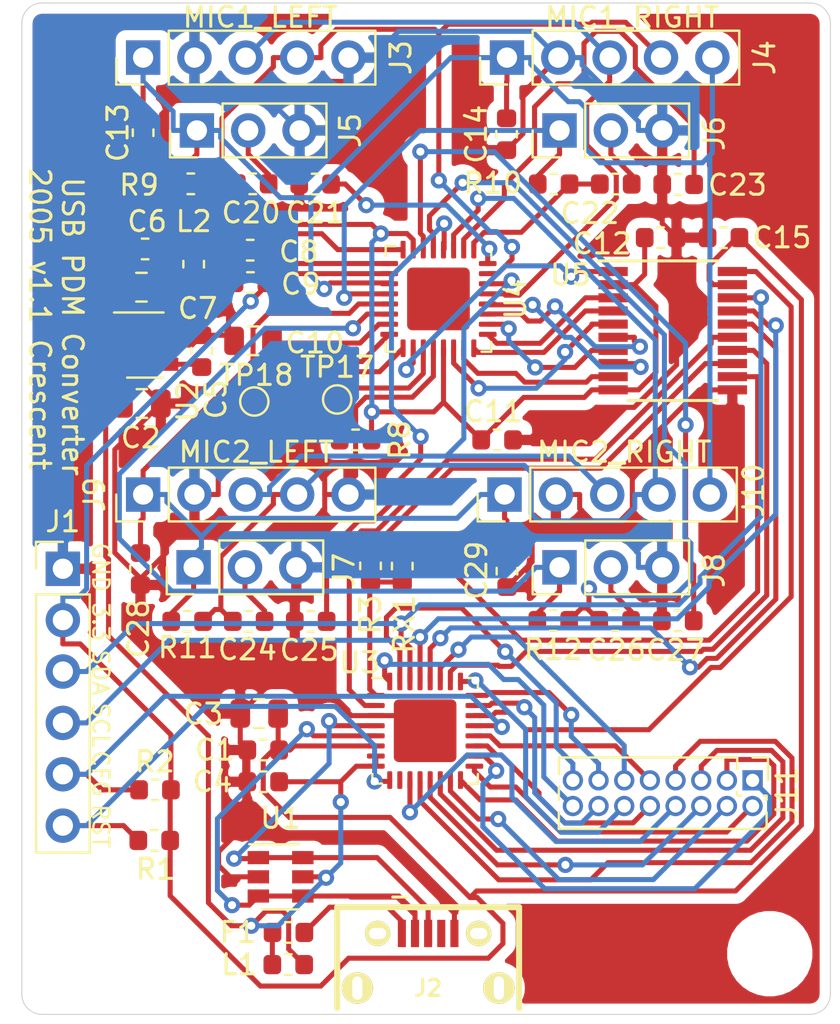
<source format=kicad_pcb>
(kicad_pcb (version 20171130) (host pcbnew "(5.1.2)-1")
  (title_block (title "USB PDM Converter") (date 2020-05-27) (rev v1.1) (company Crescent))
  (layers (0 F.Cu signal) (31 B.Cu signal) (34 B.Paste user) (35 F.Paste user) (36 B.SilkS user) (37 F.SilkS user) (38 B.Mask user) (39 F.Mask user) (44 Edge.Cuts user))
  (net 0 "")
  (net 1 GND)
  (net 2 +3V3)
  (net 3 /USB_VBUS)
  (net 4 "Net-(C5-Pad1)")
  (net 5 +1V8)
  (net 6 "Net-(C8-Pad1)")
  (net 7 "Net-(C10-Pad1)")
  (net 8 /MIC1_BIAS)
  (net 9 /MIC2_BIAS)
  (net 10 /MIC3_BIAS)
  (net 11 /MIC4_BIAS)
  (net 12 /DMIC1_SD)
  (net 13 "Net-(C20-Pad1)")
  (net 14 /IN1-)
  (net 15 /IN2+)
  (net 16 "Net-(C22-Pad1)")
  (net 17 /IN2-)
  (net 18 "Net-(C24-Pad1)")
  (net 19 /IN3-)
  (net 20 /IN4+)
  (net 21 "Net-(C26-Pad1)")
  (net 22 /IN4-)
  (net 23 "Net-(F1-Pad1)")
  (net 24 /RSTb)
  (net 25 /CFGMODEb)
  (net 26 /SCL)
  (net 27 /SDA)
  (net 28 /USB_DM)
  (net 29 /USB_DP)
  (net 30 /DMIC1_SCLK)
  (net 31 /DMIC2_SD)
  (net 32 /DMIC2_SCLK)
  (net 33 /SDOUT1)
  (net 34 /L_SDA)
  (net 35 /L_SCL)
  (net 36 "Net-(R8-Pad2)")
  (net 37 /SDOUT2)
  (net 38 "Net-(TP17-Pad1)")
  (net 39 "Net-(TP18-Pad1)")
  (net 40 /LRCK)
  (net 41 /MCLK)
  (net 42 /CRST)
  (net 43 /SCLK)
  (net 44 /L_SDOUT1)
  (net 45 /L_SCLK)
  (net 46 /L_MCLK)
  (net 47 /L_SDOUT2)
  (net 48 /L_LRCK)
  (net 49 /L_CRST)
  (net 50 "Net-(C7-Pad1)")
  (net 51 "Net-(F1-Pad2)")
  (net 52 /SDOUT)
  (net 53 /IO15)
  (net 54 /IO14)
  (net 55 /IO13)
  (net 56 /IO12)
  (net 57 /IO11)
  (net 58 /IO9)
  (net 59 /IO8)
  (net 60 /IO7)
  (net 61 /IO6)
  (net 62 /IO5)
  (net 63 /IO4)
  (net 64 /IO3)
  (net 65 /IO2)
  (net 66 /IO1)
  (net 67 /IO0)
  (net 68 /SDOUT_EX)
  (module Package_SO:TSSOP-20_4.4x6.5mm_P0.65mm (layer F.Cu) (at 132.2 116.2)
    (fp_text reference U5 (at -5.06 -2.76) (layer F.SilkS))
    (fp_text value TXS0108EPW)
    (pad 20 smd rect (at 2.95 -2.925) (size 1.45 0.45) (layers F.Cu F.Paste F.Mask) (net 42 /CRST))
    (pad 19 smd rect (at 2.95 -2.275) (size 1.45 0.45) (layers F.Cu F.Paste F.Mask) (net 2 +3V3))
    (pad 18 smd rect (at 2.95 -1.625) (size 1.45 0.45) (layers F.Cu F.Paste F.Mask) (net 27 /SDA))
    (pad 17 smd rect (at 2.95 -0.975) (size 1.45 0.45) (layers F.Cu F.Paste F.Mask) (net 26 /SCL))
    (pad 16 smd rect (at 2.95 -0.325) (size 1.45 0.45) (layers F.Cu F.Paste F.Mask) (net 40 /LRCK))
    (pad 15 smd rect (at 2.95 0.325) (size 1.45 0.45) (layers F.Cu F.Paste F.Mask) (net 43 /SCLK))
    (pad 14 smd rect (at 2.95 0.975) (size 1.45 0.45) (layers F.Cu F.Paste F.Mask) (net 41 /MCLK))
    (pad 13 smd rect (at 2.95 1.625) (size 1.45 0.45) (layers F.Cu F.Paste F.Mask) (net 33 /SDOUT1))
    (pad 12 smd rect (at 2.95 2.275) (size 1.45 0.45) (layers F.Cu F.Paste F.Mask) (net 37 /SDOUT2))
    (pad 11 smd rect (at 2.95 2.925) (size 1.45 0.45) (layers F.Cu F.Paste F.Mask) (net 1 GND))
    (pad 10 smd rect (at -2.95 2.925) (size 1.45 0.45) (layers F.Cu F.Paste F.Mask) (net 5 +1V8))
    (pad 9 smd rect (at -2.95 2.275) (size 1.45 0.45) (layers F.Cu F.Paste F.Mask) (net 47 /L_SDOUT2))
    (pad 8 smd rect (at -2.95 1.625) (size 1.45 0.45) (layers F.Cu F.Paste F.Mask) (net 44 /L_SDOUT1))
    (pad 7 smd rect (at -2.95 0.975) (size 1.45 0.45) (layers F.Cu F.Paste F.Mask) (net 46 /L_MCLK))
    (pad 6 smd rect (at -2.95 0.325) (size 1.45 0.45) (layers F.Cu F.Paste F.Mask) (net 45 /L_SCLK))
    (pad 5 smd rect (at -2.95 -0.325) (size 1.45 0.45) (layers F.Cu F.Paste F.Mask) (net 48 /L_LRCK))
    (pad 4 smd rect (at -2.95 -0.975) (size 1.45 0.45) (layers F.Cu F.Paste F.Mask) (net 35 /L_SCL))
    (pad 3 smd rect (at -2.95 -1.625) (size 1.45 0.45) (layers F.Cu F.Paste F.Mask) (net 34 /L_SDA))
    (pad 2 smd rect (at -2.95 -2.275) (size 1.45 0.45) (layers F.Cu F.Paste F.Mask) (net 5 +1V8))
    (pad 1 smd rect (at -2.95 -2.925) (size 1.45 0.45) (layers F.Cu F.Paste F.Mask) (net 49 /L_CRST))
  )
  (module Capacitor_SMD:C_0603_1608Metric (layer F.Cu) (at 134.712 111.6 180)
    (fp_text reference C15 (at -2.8875 0) (layer F.SilkS))
    (fp_text value 0.1u)
    (pad 2 smd roundrect (at 0.7875 0 180) (size 0.875 0.95) (layers F.Cu F.Paste F.Mask) (net 1 GND))
    (pad 1 smd roundrect (at -0.7875 0 180) (size 0.875 0.95) (layers F.Cu F.Paste F.Mask) (net 2 +3V3))
  )
  (module Capacitor_SMD:C_0603_1608Metric (layer F.Cu) (at 131.6 111.6)
    (fp_text reference C12 (at -2.9 0.3) (layer F.SilkS))
    (fp_text value 0.1u)
    (pad 2 smd roundrect (at 0.7875 0) (size 0.875 0.95) (layers F.Cu F.Paste F.Mask) (net 1 GND))
    (pad 1 smd roundrect (at -0.7875 0) (size 0.875 0.95) (layers F.Cu F.Paste F.Mask) (net 5 +1V8))
  )
  (module Connector_PinHeader_1.27mm:PinHeader_2x08_P1.27mm_Vertical (layer F.Cu) (at 136.15 138.43 270)
    (fp_text reference J11 (at 0.635 -1.695 90) (layer F.SilkS))
    (fp_text value Conn_02x08_Odd_Even)
    (pad 16 thru_hole oval (at 1.27 8.89 270) (size 1 1) (drill 0.65) (layers *.Cu *.Mask) (net 68 /SDOUT_EX))
    (pad 15 thru_hole oval (at 0 8.89 270) (size 1 1) (drill 0.65) (layers *.Cu *.Mask) (net 53 /IO15))
    (pad 14 thru_hole oval (at 1.27 7.62 270) (size 1 1) (drill 0.65) (layers *.Cu *.Mask) (net 54 /IO14))
    (pad 13 thru_hole oval (at 0 7.62 270) (size 1 1) (drill 0.65) (layers *.Cu *.Mask) (net 55 /IO13))
    (pad 12 thru_hole oval (at 1.27 6.35 270) (size 1 1) (drill 0.65) (layers *.Cu *.Mask) (net 56 /IO12))
    (pad 11 thru_hole oval (at 0 6.35 270) (size 1 1) (drill 0.65) (layers *.Cu *.Mask) (net 57 /IO11))
    (pad 10 thru_hole oval (at 1.27 5.08 270) (size 1 1) (drill 0.65) (layers *.Cu *.Mask) (net 58 /IO9))
    (pad 9 thru_hole oval (at 0 5.08 270) (size 1 1) (drill 0.65) (layers *.Cu *.Mask) (net 59 /IO8))
    (pad 8 thru_hole oval (at 1.27 3.81 270) (size 1 1) (drill 0.65) (layers *.Cu *.Mask) (net 60 /IO7))
    (pad 7 thru_hole oval (at 0 3.81 270) (size 1 1) (drill 0.65) (layers *.Cu *.Mask) (net 61 /IO6))
    (pad 6 thru_hole oval (at 1.27 2.54 270) (size 1 1) (drill 0.65) (layers *.Cu *.Mask) (net 62 /IO5))
    (pad 5 thru_hole oval (at 0 2.54 270) (size 1 1) (drill 0.65) (layers *.Cu *.Mask) (net 63 /IO4))
    (pad 4 thru_hole oval (at 1.27 1.27 270) (size 1 1) (drill 0.65) (layers *.Cu *.Mask) (net 64 /IO3))
    (pad 3 thru_hole oval (at 0 1.27 270) (size 1 1) (drill 0.65) (layers *.Cu *.Mask) (net 65 /IO2))
    (pad 2 thru_hole oval (at 1.27 0 270) (size 1 1) (drill 0.65) (layers *.Cu *.Mask) (net 66 /IO1))
    (pad 1 thru_hole rect (at 0 0 270) (size 1 1) (drill 0.65) (layers *.Cu *.Mask) (net 67 /IO0))
  )
  (module TestPoint:TestPoint_Pad_D1.0mm (layer F.Cu) (at 111.5 119.7)
    (fp_text reference TP18 (at 0.1 -1.3) (layer F.SilkS))
    (fp_text value MUTE)
    (pad 1 smd circle (at 0 0) (size 1 1) (layers F.Cu F.Mask) (net 39 "Net-(TP18-Pad1)"))
  )
  (module TestPoint:TestPoint_Pad_D1.0mm (layer F.Cu) (at 115.6 119.6)
    (fp_text reference TP17 (at 0 -1.6) (layer F.SilkS))
    (fp_text value SYNC)
    (pad 1 smd circle (at 0 0) (size 1 1) (layers F.Cu F.Mask) (net 38 "Net-(TP17-Pad1)"))
  )
  (module Resistor_SMD:R_0603_1608Metric (layer F.Cu) (at 118.82 127.838 270)
    (fp_text reference RX1 (at 2.8725 -0.1 90) (layer F.SilkS))
    (fp_text value 0)
    (pad 2 smd roundrect (at 0.7875 0 270) (size 0.875 0.95) (layers F.Cu F.Paste F.Mask) (net 52 /SDOUT))
    (pad 1 smd roundrect (at -0.7875 0 270) (size 0.875 0.95) (layers F.Cu F.Paste F.Mask) (net 37 /SDOUT2))
  )
  (module Resistor_SMD:R_0603_1608Metric (layer F.Cu) (at 117.25 127.828 270)
    (fp_text reference R3 (at 2.41 0 90) (layer F.SilkS))
    (fp_text value 0)
    (pad 2 smd roundrect (at 0.7875 0 270) (size 0.875 0.95) (layers F.Cu F.Paste F.Mask) (net 52 /SDOUT))
    (pad 1 smd roundrect (at -0.7875 0 270) (size 0.875 0.95) (layers F.Cu F.Paste F.Mask) (net 33 /SDOUT1))
  )
  (module Inductor_SMD:L_0603_1608Metric (layer F.Cu) (at 108.5 112.912 90)
    (fp_text reference L2 (at 2.112 0 180) (layer F.SilkS))
    (fp_text value "Ferrite Beads")
    (pad 2 smd roundrect (at 0.7875 0 90) (size 0.875 0.95) (layers F.Cu F.Paste F.Mask) (net 5 +1V8))
    (pad 1 smd roundrect (at -0.7875 0 90) (size 0.875 0.95) (layers F.Cu F.Paste F.Mask) (net 50 "Net-(C7-Pad1)"))
  )
  (module Inductor_SMD:L_0603_1608Metric (layer F.Cu) (at 113.18 147.54)
    (fp_text reference L1 (at -2.43 0) (layer F.SilkS))
    (fp_text value "Ferrite Beads")
    (pad 2 smd roundrect (at 0.7875 0) (size 0.875 0.95) (layers F.Cu F.Paste F.Mask) (net 3 /USB_VBUS))
    (pad 1 smd roundrect (at -0.7875 0) (size 0.875 0.95) (layers F.Cu F.Paste F.Mask) (net 51 "Net-(F1-Pad2)"))
  )
  (module Capacitor_SMD:C_0805_2012Metric (layer F.Cu) (at 111.742 135.13 180)
    (fp_text reference C3 (at 2.76 -0.02) (layer F.SilkS))
    (fp_text value 4.7u)
    (pad 2 smd roundrect (at 0.9375 0 180) (size 0.975 1.4) (layers F.Cu F.Paste F.Mask) (net 1 GND))
    (pad 1 smd roundrect (at -0.9375 0 180) (size 0.975 1.4) (layers F.Cu F.Paste F.Mask) (net 2 +3V3))
  )
  (module MountingHole:MountingHole_3.2mm_M3 (layer F.Cu) (at 103 147)
    (fp_text reference REF1 hide)
    (fp_text value MountingHole_3.2mm_M3)
    (pad "" np_thru_hole circle (at 0 0) (size 3.2 3.2) (drill 3.2) (layers *.Cu))
  )
  (module MountingHole:MountingHole_3.2mm_M3 (layer F.Cu) (at 137 147)
    (fp_text reference REF2 hide)
    (fp_text value MountingHole_3.2mm_M3)
    (pad "" np_thru_hole circle (at 0 0) (size 3.2 3.2) (drill 3.2) (layers *.Cu))
  )
  (module Package_DFN_QFN:QFN-32-1EP_5x5mm_P0.5mm_EP3.1x3.1mm (layer F.Cu) (at 120.61 114.63 270)
    (fp_text reference U4 (at 0 -3.82 90) (layer F.SilkS))
    (fp_text value CS53L30CZ)
    (pad 32 smd roundrect (at -1.75 -2.4375 270) (size 0.25 0.875) (layers F.Cu F.Paste F.Mask) (net 14 /IN1-))
    (pad 31 smd roundrect (at -1.25 -2.4375 270) (size 0.25 0.875) (layers F.Cu F.Paste F.Mask) (net 12 /DMIC1_SD))
    (pad 30 smd roundrect (at -0.75 -2.4375 270) (size 0.25 0.875) (layers F.Cu F.Paste F.Mask) (net 32 /DMIC2_SCLK))
    (pad 29 smd roundrect (at -0.25 -2.4375 270) (size 0.25 0.875) (layers F.Cu F.Paste F.Mask) (net 30 /DMIC1_SCLK))
    (pad 28 smd roundrect (at 0.25 -2.4375 270) (size 0.25 0.875) (layers F.Cu F.Paste F.Mask) (net 44 /L_SDOUT1))
    (pad 27 smd roundrect (at 0.75 -2.4375 270) (size 0.25 0.875) (layers F.Cu F.Paste F.Mask) (net 45 /L_SCLK))
    (pad 26 smd roundrect (at 1.25 -2.4375 270) (size 0.25 0.875) (layers F.Cu F.Paste F.Mask) (net 46 /L_MCLK))
    (pad 25 smd roundrect (at 1.75 -2.4375 270) (size 0.25 0.875) (layers F.Cu F.Paste F.Mask) (net 34 /L_SDA))
    (pad 24 smd roundrect (at 2.4375 -1.75 270) (size 0.875 0.25) (layers F.Cu F.Paste F.Mask) (net 35 /L_SCL))
    (pad 23 smd roundrect (at 2.4375 -1.25 270) (size 0.875 0.25) (layers F.Cu F.Paste F.Mask) (net 47 /L_SDOUT2))
    (pad 22 smd roundrect (at 2.4375 -0.75 270) (size 0.875 0.25) (layers F.Cu F.Paste F.Mask) (net 48 /L_LRCK))
    (pad 21 smd roundrect (at 2.4375 -0.25 270) (size 0.875 0.25) (layers F.Cu F.Paste F.Mask) (net 5 +1V8))
    (pad 20 smd roundrect (at 2.4375 0.25 270) (size 0.875 0.25) (layers F.Cu F.Paste F.Mask) (net 1 GND))
    (pad 19 smd roundrect (at 2.4375 0.75 270) (size 0.875 0.25) (layers F.Cu F.Paste F.Mask) (net 38 "Net-(TP17-Pad1)"))
    (pad 18 smd roundrect (at 2.4375 1.25 270) (size 0.875 0.25) (layers F.Cu F.Paste F.Mask) (net 49 /L_CRST))
    (pad 17 smd roundrect (at 2.4375 1.75 270) (size 0.875 0.25) (layers F.Cu F.Paste F.Mask) (net 36 "Net-(R8-Pad2)"))
    (pad 16 smd roundrect (at 1.75 2.4375 270) (size 0.25 0.875) (layers F.Cu F.Paste F.Mask) (net 39 "Net-(TP18-Pad1)"))
    (pad 15 smd roundrect (at 1.25 2.4375 270) (size 0.25 0.875) (layers F.Cu F.Paste F.Mask) (net 7 "Net-(C10-Pad1)"))
    (pad 14 smd roundrect (at 0.75 2.4375 270) (size 0.25 0.875) (layers F.Cu F.Paste F.Mask) (net 11 /MIC4_BIAS))
    (pad 13 smd roundrect (at 0.25 2.4375 270) (size 0.25 0.875) (layers F.Cu F.Paste F.Mask) (net 10 /MIC3_BIAS))
    (pad 12 smd roundrect (at -0.25 2.4375 270) (size 0.25 0.875) (layers F.Cu F.Paste F.Mask) (net 9 /MIC2_BIAS))
    (pad 11 smd roundrect (at -0.75 2.4375 270) (size 0.25 0.875) (layers F.Cu F.Paste F.Mask) (net 8 /MIC1_BIAS))
    (pad 10 smd roundrect (at -1.25 2.4375 270) (size 0.25 0.875) (layers F.Cu F.Paste F.Mask) (net 2 +3V3))
    (pad 9 smd roundrect (at -1.75 2.4375 270) (size 0.25 0.875) (layers F.Cu F.Paste F.Mask) (net 6 "Net-(C8-Pad1)"))
    (pad 8 smd roundrect (at -2.4375 1.75 270) (size 0.875 0.25) (layers F.Cu F.Paste F.Mask) (net 1 GND))
    (pad 7 smd roundrect (at -2.4375 1.25 270) (size 0.875 0.25) (layers F.Cu F.Paste F.Mask) (net 5 +1V8))
    (pad 6 smd roundrect (at -2.4375 0.75 270) (size 0.875 0.25) (layers F.Cu F.Paste F.Mask) (net 22 /IN4-))
    (pad 5 smd roundrect (at -2.4375 0.25 270) (size 0.875 0.25) (layers F.Cu F.Paste F.Mask) (net 20 /IN4+))
    (pad 4 smd roundrect (at -2.4375 -0.25 270) (size 0.875 0.25) (layers F.Cu F.Paste F.Mask) (net 19 /IN3-))
    (pad 3 smd roundrect (at -2.4375 -0.75 270) (size 0.875 0.25) (layers F.Cu F.Paste F.Mask) (net 31 /DMIC2_SD))
    (pad 2 smd roundrect (at -2.4375 -1.25 270) (size 0.875 0.25) (layers F.Cu F.Paste F.Mask) (net 17 /IN2-))
    (pad 1 smd roundrect (at -2.4375 -1.75 270) (size 0.875 0.25) (layers F.Cu F.Paste F.Mask) (net 15 /IN2+))
    (pad 33 smd roundrect (at 0 0 270) (size 3.1 3.1) (layers F.Cu F.Mask) (roundrect_rratio 0.08064499999999999))
  )
  (module Package_DFN_QFN:QFN-32-1EP_5x5mm_P0.5mm_EP3.1x3.1mm (layer F.Cu) (at 119.95 135.98)
    (fp_text reference U3 (at -3.24 -3.37) (layer F.SilkS))
    (fp_text value CP2615)
    (pad 32 smd roundrect (at -1.75 -2.4375) (size 0.25 0.875) (layers F.Cu F.Paste F.Mask) (net 68 /SDOUT_EX))
    (pad 31 smd roundrect (at -1.25 -2.4375) (size 0.25 0.875) (layers F.Cu F.Paste F.Mask) (net 53 /IO15))
    (pad 30 smd roundrect (at -0.75 -2.4375) (size 0.25 0.875) (layers F.Cu F.Paste F.Mask) (net 27 /SDA))
    (pad 29 smd roundrect (at -0.25 -2.4375) (size 0.25 0.875) (layers F.Cu F.Paste F.Mask) (net 26 /SCL))
    (pad 28 smd roundrect (at 0.25 -2.4375) (size 0.25 0.875) (layers F.Cu F.Paste F.Mask) (net 40 /LRCK))
    (pad 27 smd roundrect (at 0.75 -2.4375) (size 0.25 0.875) (layers F.Cu F.Paste F.Mask) (net 57 /IO11))
    (pad 26 smd roundrect (at 1.25 -2.4375) (size 0.25 0.875) (layers F.Cu F.Paste F.Mask) (net 41 /MCLK))
    (pad 25 smd roundrect (at 1.75 -2.4375) (size 0.25 0.875) (layers F.Cu F.Paste F.Mask) (net 56 /IO12))
    (pad 24 smd roundrect (at 2.4375 -1.75) (size 0.875 0.25) (layers F.Cu F.Paste F.Mask) (net 55 /IO13))
    (pad 23 smd roundrect (at 2.4375 -1.25) (size 0.875 0.25) (layers F.Cu F.Paste F.Mask) (net 54 /IO14))
    (pad 22 smd roundrect (at 2.4375 -0.75) (size 0.875 0.25) (layers F.Cu F.Paste F.Mask) (net 42 /CRST))
    (pad 21 smd roundrect (at 2.4375 -0.25) (size 0.875 0.25) (layers F.Cu F.Paste F.Mask) (net 25 /CFGMODEb))
    (pad 20 smd roundrect (at 2.4375 0.25) (size 0.875 0.25) (layers F.Cu F.Paste F.Mask) (net 59 /IO8))
    (pad 19 smd roundrect (at 2.4375 0.75) (size 0.875 0.25) (layers F.Cu F.Paste F.Mask) (net 58 /IO9))
    (pad 18 smd roundrect (at 2.4375 1.25) (size 0.875 0.25) (layers F.Cu F.Paste F.Mask) (net 67 /IO0))
    (pad 17 smd roundrect (at 2.4375 1.75) (size 0.875 0.25) (layers F.Cu F.Paste F.Mask) (net 66 /IO1))
    (pad 16 smd roundrect (at 1.75 2.4375) (size 0.25 0.875) (layers F.Cu F.Paste F.Mask) (net 65 /IO2))
    (pad 15 smd roundrect (at 1.25 2.4375) (size 0.25 0.875) (layers F.Cu F.Paste F.Mask) (net 64 /IO3))
    (pad 14 smd roundrect (at 0.75 2.4375) (size 0.25 0.875) (layers F.Cu F.Paste F.Mask) (net 63 /IO4))
    (pad 13 smd roundrect (at 0.25 2.4375) (size 0.25 0.875) (layers F.Cu F.Paste F.Mask) (net 62 /IO5))
    (pad 12 smd roundrect (at -0.25 2.4375) (size 0.25 0.875) (layers F.Cu F.Paste F.Mask) (net 61 /IO6))
    (pad 11 smd roundrect (at -0.75 2.4375) (size 0.25 0.875) (layers F.Cu F.Paste F.Mask) (net 60 /IO7))
    (pad 10 smd roundrect (at -1.25 2.4375) (size 0.25 0.875) (layers F.Cu F.Paste F.Mask))
    (pad 9 smd roundrect (at -1.75 2.4375) (size 0.25 0.875) (layers F.Cu F.Paste F.Mask) (net 24 /RSTb))
    (pad 8 smd roundrect (at -2.4375 1.75) (size 0.875 0.25) (layers F.Cu F.Paste F.Mask) (net 3 /USB_VBUS))
    (pad 7 smd roundrect (at -2.4375 1.25) (size 0.875 0.25) (layers F.Cu F.Paste F.Mask) (net 3 /USB_VBUS))
    (pad 6 smd roundrect (at -2.4375 0.75) (size 0.875 0.25) (layers F.Cu F.Paste F.Mask) (net 2 +3V3))
    (pad 5 smd roundrect (at -2.4375 0.25) (size 0.875 0.25) (layers F.Cu F.Paste F.Mask) (net 28 /USB_DM))
    (pad 4 smd roundrect (at -2.4375 -0.25) (size 0.875 0.25) (layers F.Cu F.Paste F.Mask) (net 29 /USB_DP))
    (pad 3 smd roundrect (at -2.4375 -0.75) (size 0.875 0.25) (layers F.Cu F.Paste F.Mask) (net 1 GND))
    (pad 2 smd roundrect (at -2.4375 -1.25) (size 0.875 0.25) (layers F.Cu F.Paste F.Mask) (net 43 /SCLK))
    (pad 1 smd roundrect (at -2.4375 -1.75) (size 0.875 0.25) (layers F.Cu F.Paste F.Mask) (net 52 /SDOUT))
    (pad 33 smd roundrect (at 0 0) (size 3.1 3.1) (layers F.Cu F.Mask) (roundrect_rratio 0.08064499999999999) (net 1 GND))
  )
  (module Package_TO_SOT_SMD:SOT-23-5 (layer F.Cu) (at 106.11 116.91)
    (fp_text reference U2 (at 2.09 2.79 -90) (layer F.SilkS))
    (fp_text value LD3985M18R_SOT23)
    (pad 5 smd rect (at 1.1 -0.95) (size 1.06 0.65) (layers F.Cu F.Paste F.Mask) (net 50 "Net-(C7-Pad1)"))
    (pad 4 smd rect (at 1.1 0.95) (size 1.06 0.65) (layers F.Cu F.Paste F.Mask) (net 4 "Net-(C5-Pad1)"))
    (pad 3 smd rect (at -1.1 0.95) (size 1.06 0.65) (layers F.Cu F.Paste F.Mask) (net 3 /USB_VBUS))
    (pad 2 smd rect (at -1.1 0) (size 1.06 0.65) (layers F.Cu F.Paste F.Mask) (net 1 GND))
    (pad 1 smd rect (at -1.1 -0.95) (size 1.06 0.65) (layers F.Cu F.Paste F.Mask) (net 3 /USB_VBUS))
  )
  (module Package_TO_SOT_SMD:SOT-23-6 (layer F.Cu) (at 112.8 143.2)
    (fp_text reference U1 (at 0 -2.9) (layer F.SilkS))
    (fp_text value USBLC6-2)
    (pad 5 smd rect (at 1.1 0) (size 1.06 0.65) (layers F.Cu F.Paste F.Mask) (net 3 /USB_VBUS))
    (pad 6 smd rect (at 1.1 -0.95) (size 1.06 0.65) (layers F.Cu F.Paste F.Mask) (net 29 /USB_DP))
    (pad 4 smd rect (at 1.1 0.95) (size 1.06 0.65) (layers F.Cu F.Paste F.Mask) (net 28 /USB_DM))
    (pad 3 smd rect (at -1.1 0.95) (size 1.06 0.65) (layers F.Cu F.Paste F.Mask) (net 28 /USB_DM))
    (pad 2 smd rect (at -1.1 0) (size 1.06 0.65) (layers F.Cu F.Paste F.Mask) (net 1 GND))
    (pad 1 smd rect (at -1.1 -0.95) (size 1.06 0.65) (layers F.Cu F.Paste F.Mask) (net 29 /USB_DP))
  )
  (module Resistor_SMD:R_0603_1608Metric (layer F.Cu) (at 126.29 130.53 180)
    (fp_text reference R12 (at 0 -1.43) (layer F.SilkS))
    (fp_text value NM)
    (pad 2 smd roundrect (at 0.7875 0 180) (size 0.875 0.95) (layers F.Cu F.Paste F.Mask) (net 11 /MIC4_BIAS))
    (pad 1 smd roundrect (at -0.7875 0 180) (size 0.875 0.95) (layers F.Cu F.Paste F.Mask) (net 20 /IN4+))
  )
  (module Resistor_SMD:R_0603_1608Metric (layer F.Cu) (at 108.178 130.57 180)
    (fp_text reference R11 (at -0.0125 -1.3) (layer F.SilkS))
    (fp_text value NM)
    (pad 2 smd roundrect (at 0.7875 0 180) (size 0.875 0.95) (layers F.Cu F.Paste F.Mask) (net 10 /MIC3_BIAS))
    (pad 1 smd roundrect (at -0.7875 0 180) (size 0.875 0.95) (layers F.Cu F.Paste F.Mask) (net 31 /DMIC2_SD))
  )
  (module Resistor_SMD:R_0603_1608Metric (layer F.Cu) (at 126.308 108.95 180)
    (fp_text reference R10 (at 3.0075 0.05) (layer F.SilkS))
    (fp_text value NM)
    (pad 2 smd roundrect (at 0.7875 0 180) (size 0.875 0.95) (layers F.Cu F.Paste F.Mask) (net 9 /MIC2_BIAS))
    (pad 1 smd roundrect (at -0.7875 0 180) (size 0.875 0.95) (layers F.Cu F.Paste F.Mask) (net 15 /IN2+))
  )
  (module Resistor_SMD:R_0603_1608Metric (layer F.Cu) (at 108.358 108.94 180)
    (fp_text reference R9 (at 2.558 -0.06) (layer F.SilkS))
    (fp_text value NM)
    (pad 2 smd roundrect (at 0.7875 0 180) (size 0.875 0.95) (layers F.Cu F.Paste F.Mask) (net 8 /MIC1_BIAS))
    (pad 1 smd roundrect (at -0.7875 0 180) (size 0.875 0.95) (layers F.Cu F.Paste F.Mask) (net 12 /DMIC1_SD))
  )
  (module Resistor_SMD:R_0603_1608Metric (layer F.Cu) (at 116.512 121.6 180)
    (fp_text reference R8 (at -2.188 0 270) (layer F.SilkS))
    (fp_text value 20k)
    (pad 2 smd roundrect (at 0.7875 0 180) (size 0.875 0.95) (layers F.Cu F.Paste F.Mask) (net 36 "Net-(R8-Pad2)"))
    (pad 1 smd roundrect (at -0.7875 0 180) (size 0.875 0.95) (layers F.Cu F.Paste F.Mask) (net 5 +1V8))
  )
  (module Resistor_SMD:R_0603_1608Metric (layer F.Cu) (at 106.588 138.9 180)
    (fp_text reference R2 (at 0.0075 1.39) (layer F.SilkS))
    (fp_text value 4.7k)
    (pad 2 smd roundrect (at 0.7875 0 180) (size 0.875 0.95) (layers F.Cu F.Paste F.Mask) (net 25 /CFGMODEb))
    (pad 1 smd roundrect (at -0.7875 0 180) (size 0.875 0.95) (layers F.Cu F.Paste F.Mask) (net 2 +3V3))
  )
  (module Resistor_SMD:R_0603_1608Metric (layer F.Cu) (at 106.55 141.4 180)
    (fp_text reference R1 (at -0.07 -1.42) (layer F.SilkS))
    (fp_text value 4.7k)
    (pad 2 smd roundrect (at 0.7875 0 180) (size 0.875 0.95) (layers F.Cu F.Paste F.Mask) (net 24 /RSTb))
    (pad 1 smd roundrect (at -0.7875 0 180) (size 0.875 0.95) (layers F.Cu F.Paste F.Mask) (net 2 +3V3))
  )
  (module Connector_PinHeader_2.54mm:PinHeader_1x05_P2.54mm_Vertical (layer F.Cu) (at 123.88 124.3 90)
    (fp_text reference J10 (at 0.2 12.32 90) (layer F.SilkS))
    (fp_text value MIC2_RIGHT)
    (pad 5 thru_hole oval (at 0 10.16 90) (size 1.7 1.7) (drill 1) (layers *.Cu *.Mask) (net 8 /MIC1_BIAS))
    (pad 4 thru_hole oval (at 0 7.62 90) (size 1.7 1.7) (drill 1) (layers *.Cu *.Mask) (net 31 /DMIC2_SD))
    (pad 3 thru_hole oval (at 0 5.08 90) (size 1.7 1.7) (drill 1) (layers *.Cu *.Mask) (net 32 /DMIC2_SCLK))
    (pad 2 thru_hole oval (at 0 2.54 90) (size 1.7 1.7) (drill 1) (layers *.Cu *.Mask) (net 1 GND))
    (pad 1 thru_hole rect (at 0 0 90) (size 1.7 1.7) (drill 1) (layers *.Cu *.Mask) (net 10 /MIC3_BIAS))
  )
  (module Connector_PinHeader_2.54mm:PinHeader_1x05_P2.54mm_Vertical (layer F.Cu) (at 106 124.3 90)
    (fp_text reference J9 (at 0 -2.4 90) (layer F.SilkS))
    (fp_text value MIC2_LEFT)
    (pad 5 thru_hole oval (at 0 10.16 90) (size 1.7 1.7) (drill 1) (layers *.Cu *.Mask) (net 1 GND))
    (pad 4 thru_hole oval (at 0 7.62 90) (size 1.7 1.7) (drill 1) (layers *.Cu *.Mask) (net 31 /DMIC2_SD))
    (pad 3 thru_hole oval (at 0 5.08 90) (size 1.7 1.7) (drill 1) (layers *.Cu *.Mask) (net 32 /DMIC2_SCLK))
    (pad 2 thru_hole oval (at 0 2.54 90) (size 1.7 1.7) (drill 1) (layers *.Cu *.Mask) (net 1 GND))
    (pad 1 thru_hole rect (at 0 0 90) (size 1.7 1.7) (drill 1) (layers *.Cu *.Mask) (net 10 /MIC3_BIAS))
  )
  (module Connector_PinHeader_2.54mm:PinHeader_1x03_P2.54mm_Vertical (layer F.Cu) (at 126.6 127.9 90)
    (fp_text reference J8 (at -0.15 7.65 90) (layer F.SilkS))
    (fp_text value MIC4)
    (pad 3 thru_hole oval (at 0 5.08 90) (size 1.7 1.7) (drill 1) (layers *.Cu *.Mask) (net 1 GND))
    (pad 2 thru_hole oval (at 0 2.54 90) (size 1.7 1.7) (drill 1) (layers *.Cu *.Mask) (net 21 "Net-(C26-Pad1)"))
    (pad 1 thru_hole rect (at 0 0 90) (size 1.7 1.7) (drill 1) (layers *.Cu *.Mask) (net 11 /MIC4_BIAS))
  )
  (module Connector_PinHeader_2.54mm:PinHeader_1x03_P2.54mm_Vertical (layer F.Cu) (at 108.5 127.9 90)
    (fp_text reference J7 (at -0.14 7.44 90) (layer F.SilkS))
    (fp_text value MIC3)
    (pad 3 thru_hole oval (at 0 5.08 90) (size 1.7 1.7) (drill 1) (layers *.Cu *.Mask) (net 1 GND))
    (pad 2 thru_hole oval (at 0 2.54 90) (size 1.7 1.7) (drill 1) (layers *.Cu *.Mask) (net 18 "Net-(C24-Pad1)"))
    (pad 1 thru_hole rect (at 0 0 90) (size 1.7 1.7) (drill 1) (layers *.Cu *.Mask) (net 10 /MIC3_BIAS))
  )
  (module Connector_PinHeader_2.54mm:PinHeader_1x03_P2.54mm_Vertical (layer F.Cu) (at 126.6 106.3 90)
    (fp_text reference J6 (at -0.15 7.65 90) (layer F.SilkS))
    (fp_text value MIC2)
    (pad 3 thru_hole oval (at 0 5.08 90) (size 1.7 1.7) (drill 1) (layers *.Cu *.Mask) (net 1 GND))
    (pad 2 thru_hole oval (at 0 2.54 90) (size 1.7 1.7) (drill 1) (layers *.Cu *.Mask) (net 16 "Net-(C22-Pad1)"))
    (pad 1 thru_hole rect (at 0 0 90) (size 1.7 1.7) (drill 1) (layers *.Cu *.Mask) (net 9 /MIC2_BIAS))
  )
  (module Connector_PinHeader_2.54mm:PinHeader_1x03_P2.54mm_Vertical (layer F.Cu) (at 108.66 106.3 90)
    (fp_text reference J5 (at 0 7.59 90) (layer F.SilkS))
    (fp_text value MIC1)
    (pad 3 thru_hole oval (at 0 5.08 90) (size 1.7 1.7) (drill 1) (layers *.Cu *.Mask) (net 1 GND))
    (pad 2 thru_hole oval (at 0 2.54 90) (size 1.7 1.7) (drill 1) (layers *.Cu *.Mask) (net 13 "Net-(C20-Pad1)"))
    (pad 1 thru_hole rect (at 0 0 90) (size 1.7 1.7) (drill 1) (layers *.Cu *.Mask) (net 8 /MIC1_BIAS))
  )
  (module Connector_PinHeader_2.54mm:PinHeader_1x05_P2.54mm_Vertical (layer F.Cu) (at 124 102.7 90)
    (fp_text reference J4 (at 0 12.75 90) (layer F.SilkS))
    (fp_text value MIC1_RIGHT)
    (pad 5 thru_hole oval (at 0 10.16 90) (size 1.7 1.7) (drill 1) (layers *.Cu *.Mask) (net 8 /MIC1_BIAS))
    (pad 4 thru_hole oval (at 0 7.62 90) (size 1.7 1.7) (drill 1) (layers *.Cu *.Mask) (net 12 /DMIC1_SD))
    (pad 3 thru_hole oval (at 0 5.08 90) (size 1.7 1.7) (drill 1) (layers *.Cu *.Mask) (net 30 /DMIC1_SCLK))
    (pad 2 thru_hole oval (at 0 2.54 90) (size 1.7 1.7) (drill 1) (layers *.Cu *.Mask) (net 1 GND))
    (pad 1 thru_hole rect (at 0 0 90) (size 1.7 1.7) (drill 1) (layers *.Cu *.Mask) (net 8 /MIC1_BIAS))
  )
  (module Connector_PinHeader_2.54mm:PinHeader_1x05_P2.54mm_Vertical (layer F.Cu) (at 106 102.7 90)
    (fp_text reference J3 (at 0 12.75 90) (layer F.SilkS))
    (fp_text value MIC1_LEFT)
    (pad 5 thru_hole oval (at 0 10.16 90) (size 1.7 1.7) (drill 1) (layers *.Cu *.Mask) (net 1 GND))
    (pad 4 thru_hole oval (at 0 7.62 90) (size 1.7 1.7) (drill 1) (layers *.Cu *.Mask) (net 12 /DMIC1_SD))
    (pad 3 thru_hole oval (at 0 5.08 90) (size 1.7 1.7) (drill 1) (layers *.Cu *.Mask) (net 30 /DMIC1_SCLK))
    (pad 2 thru_hole oval (at 0 2.54 90) (size 1.7 1.7) (drill 1) (layers *.Cu *.Mask) (net 1 GND))
    (pad 1 thru_hole rect (at 0 0 90) (size 1.7 1.7) (drill 1) (layers *.Cu *.Mask) (net 8 /MIC1_BIAS))
  )
  (module mUSB:CONN-10118194-0001LF-FCI (layer F.Cu) (at 120.1 148.7)
    (fp_text reference J2 (at 0 0) (layer F.SilkS) (effects (font (size 0.8 0.8))))
    (fp_text value USB_B_Micro)
    (pad 1 smd rect (at -1.3 -2.7) (size 0.4 1.35) (layers F.Cu F.Paste F.Mask) (net 23 "Net-(F1-Pad1)"))
    (pad 2 smd rect (at -0.65 -2.7) (size 0.4 1.35) (layers F.Cu F.Paste F.Mask) (net 28 /USB_DM))
    (pad 3 smd rect (at 0 -2.7) (size 0.4 1.35) (layers F.Cu F.Paste F.Mask) (net 29 /USB_DP))
    (pad 4 smd rect (at 0.65 -2.7) (size 0.4 1.35) (layers F.Cu F.Paste F.Mask))
    (pad 5 smd rect (at 1.3 -2.7) (size 0.4 1.35) (layers F.Cu F.Paste F.Mask) (net 1 GND))
    (pad SH thru_hole oval (at -3.5 0) (size 1.55 1.55) (drill oval 0.5 1.15) (layers *.Cu *.Mask F.SilkS))
    (pad SH thru_hole oval (at 3.5 0) (size 1.55 1.55) (drill oval 0.5 1.15) (layers *.Cu *.Mask F.SilkS))
    (pad SH thru_hole oval (at -2.5 -2.7) (size 1.25 1.25) (drill oval 0.85 0.55) (layers *.Cu *.Mask F.SilkS))
    (pad SH thru_hole oval (at 2.5 -2.7) (size 1.25 1.25) (drill oval 0.85 0.55) (layers *.Cu *.Mask F.SilkS))
  )
  (module Connector_PinHeader_2.54mm:PinHeader_1x06_P2.54mm_Vertical (layer F.Cu) (at 102.03 127.97)
    (fp_text reference J1 (at 0 -2.33) (layer F.SilkS))
    (fp_text value Cfg)
    (pad 6 thru_hole oval (at 0 12.7) (size 1.7 1.7) (drill 1) (layers *.Cu *.Mask) (net 24 /RSTb))
    (pad 5 thru_hole oval (at 0 10.16) (size 1.7 1.7) (drill 1) (layers *.Cu *.Mask) (net 25 /CFGMODEb))
    (pad 4 thru_hole oval (at 0 7.62) (size 1.7 1.7) (drill 1) (layers *.Cu *.Mask) (net 26 /SCL))
    (pad 3 thru_hole oval (at 0 5.08) (size 1.7 1.7) (drill 1) (layers *.Cu *.Mask) (net 27 /SDA))
    (pad 2 thru_hole oval (at 0 2.54) (size 1.7 1.7) (drill 1) (layers *.Cu *.Mask) (net 2 +3V3))
    (pad 1 thru_hole rect (at 0 0) (size 1.7 1.7) (drill 1) (layers *.Cu *.Mask) (net 1 GND))
  )
  (module Fuse:Fuse_0603_1608Metric (layer F.Cu) (at 113.19 145.95 180)
    (fp_text reference F1 (at 2.5 0) (layer F.SilkS))
    (fp_text value Fuse)
    (pad 2 smd roundrect (at 0.7875 0 180) (size 0.875 0.95) (layers F.Cu F.Paste F.Mask) (net 51 "Net-(F1-Pad2)"))
    (pad 1 smd roundrect (at -0.7875 0 180) (size 0.875 0.95) (layers F.Cu F.Paste F.Mask) (net 23 "Net-(F1-Pad1)"))
  )
  (module Capacitor_SMD:C_0603_1608Metric (layer F.Cu) (at 124 128.088 270)
    (fp_text reference C29 (at -0.0375 1.5 90) (layer F.SilkS))
    (fp_text value 0.47u)
    (pad 2 smd roundrect (at 0.7875 0 270) (size 0.875 0.95) (layers F.Cu F.Paste F.Mask) (net 1 GND))
    (pad 1 smd roundrect (at -0.7875 0 270) (size 0.875 0.95) (layers F.Cu F.Paste F.Mask) (net 10 /MIC3_BIAS))
  )
  (module Capacitor_SMD:C_0603_1608Metric (layer F.Cu) (at 105.87 127.982 270)
    (fp_text reference C28 (at 2.95 0.1 90) (layer F.SilkS))
    (fp_text value 0.47u)
    (pad 2 smd roundrect (at 0.7875 0 270) (size 0.875 0.95) (layers F.Cu F.Paste F.Mask) (net 1 GND))
    (pad 1 smd roundrect (at -0.7875 0 270) (size 0.875 0.95) (layers F.Cu F.Paste F.Mask) (net 10 /MIC3_BIAS))
  )
  (module Capacitor_SMD:C_0603_1608Metric (layer F.Cu) (at 132.45 130.54)
    (fp_text reference C27 (at -0.12 1.46) (layer F.SilkS))
    (fp_text value 1u)
    (pad 2 smd roundrect (at 0.7875 0) (size 0.875 0.95) (layers F.Cu F.Paste F.Mask) (net 22 /IN4-))
    (pad 1 smd roundrect (at -0.7875 0) (size 0.875 0.95) (layers F.Cu F.Paste F.Mask) (net 1 GND))
  )
  (module Capacitor_SMD:C_0603_1608Metric (layer F.Cu) (at 129.352 130.53 180)
    (fp_text reference C26 (at -0.0675 -1.46) (layer F.SilkS))
    (fp_text value 1u)
    (pad 2 smd roundrect (at 0.7875 0 180) (size 0.875 0.95) (layers F.Cu F.Paste F.Mask) (net 20 /IN4+))
    (pad 1 smd roundrect (at -0.7875 0 180) (size 0.875 0.95) (layers F.Cu F.Paste F.Mask) (net 21 "Net-(C26-Pad1)"))
  )
  (module Capacitor_SMD:C_0603_1608Metric (layer F.Cu) (at 114.29 130.57)
    (fp_text reference C25 (at -0.07 1.43) (layer F.SilkS))
    (fp_text value 1u)
    (pad 2 smd roundrect (at 0.7875 0) (size 0.875 0.95) (layers F.Cu F.Paste F.Mask) (net 19 /IN3-))
    (pad 1 smd roundrect (at -0.7875 0) (size 0.875 0.95) (layers F.Cu F.Paste F.Mask) (net 1 GND))
  )
  (module Capacitor_SMD:C_0603_1608Metric (layer F.Cu) (at 111.222 130.57 180)
    (fp_text reference C24 (at 0.0625 -1.4 180) (layer F.SilkS))
    (fp_text value 1u)
    (pad 2 smd roundrect (at 0.7875 0 180) (size 0.875 0.95) (layers F.Cu F.Paste F.Mask) (net 31 /DMIC2_SD))
    (pad 1 smd roundrect (at -0.7875 0 180) (size 0.875 0.95) (layers F.Cu F.Paste F.Mask) (net 18 "Net-(C24-Pad1)"))
  )
  (module Capacitor_SMD:C_0603_1608Metric (layer F.Cu) (at 132.468 108.97)
    (fp_text reference C23 (at 2.9325 0.03) (layer F.SilkS))
    (fp_text value 1u)
    (pad 2 smd roundrect (at 0.7875 0) (size 0.875 0.95) (layers F.Cu F.Paste F.Mask) (net 17 /IN2-))
    (pad 1 smd roundrect (at -0.7875 0) (size 0.875 0.95) (layers F.Cu F.Paste F.Mask) (net 1 GND))
  )
  (module Capacitor_SMD:C_0603_1608Metric (layer F.Cu) (at 129.382 108.95 180)
    (fp_text reference C22 (at 1.2825 -1.45) (layer F.SilkS))
    (fp_text value 1u)
    (pad 2 smd roundrect (at 0.7875 0 180) (size 0.875 0.95) (layers F.Cu F.Paste F.Mask) (net 15 /IN2+))
    (pad 1 smd roundrect (at -0.7875 0 180) (size 0.875 0.95) (layers F.Cu F.Paste F.Mask) (net 16 "Net-(C22-Pad1)"))
  )
  (module Capacitor_SMD:C_0603_1608Metric (layer F.Cu) (at 114.51 108.95)
    (fp_text reference C21 (at 0 1.42) (layer F.SilkS))
    (fp_text value 1u)
    (pad 2 smd roundrect (at 0.7875 0) (size 0.875 0.95) (layers F.Cu F.Paste F.Mask) (net 14 /IN1-))
    (pad 1 smd roundrect (at -0.7875 0) (size 0.875 0.95) (layers F.Cu F.Paste F.Mask) (net 1 GND))
  )
  (module Capacitor_SMD:C_0603_1608Metric (layer F.Cu) (at 111.422 108.94 180)
    (fp_text reference C20 (at 0.0825 -1.43) (layer F.SilkS))
    (fp_text value 1u)
    (pad 2 smd roundrect (at 0.7875 0 180) (size 0.875 0.95) (layers F.Cu F.Paste F.Mask) (net 12 /DMIC1_SD))
    (pad 1 smd roundrect (at -0.7875 0 180) (size 0.875 0.95) (layers F.Cu F.Paste F.Mask) (net 13 "Net-(C20-Pad1)"))
  )
  (module Capacitor_SMD:C_0603_1608Metric (layer F.Cu) (at 123.98 106.488 270)
    (fp_text reference C14 (at 0 1.5 90) (layer F.SilkS))
    (fp_text value 0.47u)
    (pad 2 smd roundrect (at 0.7875 0 270) (size 0.875 0.95) (layers F.Cu F.Paste F.Mask) (net 1 GND))
    (pad 1 smd roundrect (at -0.7875 0 270) (size 0.875 0.95) (layers F.Cu F.Paste F.Mask) (net 8 /MIC1_BIAS))
  )
  (module Capacitor_SMD:C_0603_1608Metric (layer F.Cu) (at 106 106.412 270)
    (fp_text reference C13 (at 0 1.25 90) (layer F.SilkS))
    (fp_text value 0.47u)
    (pad 2 smd roundrect (at 0.7875 0 270) (size 0.875 0.95) (layers F.Cu F.Paste F.Mask) (net 1 GND))
    (pad 1 smd roundrect (at -0.7875 0 270) (size 0.875 0.95) (layers F.Cu F.Paste F.Mask) (net 8 /MIC1_BIAS))
  )
  (module Capacitor_SMD:C_0603_1608Metric (layer F.Cu) (at 123.512 121.6)
    (fp_text reference C11 (at -0.1875 -1.4) (layer F.SilkS))
    (fp_text value 0.1u)
    (pad 2 smd roundrect (at 0.7875 0) (size 0.875 0.95) (layers F.Cu F.Paste F.Mask) (net 1 GND))
    (pad 1 smd roundrect (at -0.7875 0) (size 0.875 0.95) (layers F.Cu F.Paste F.Mask) (net 5 +1V8))
  )
  (module Capacitor_SMD:C_0805_2012Metric (layer F.Cu) (at 111.438 116.7 180)
    (fp_text reference C10 (at -3.0625 -0.1) (layer F.SilkS))
    (fp_text value 4.7u)
    (pad 2 smd roundrect (at 0.9375 0 180) (size 0.975 1.4) (layers F.Cu F.Paste F.Mask) (net 1 GND))
    (pad 1 smd roundrect (at -0.9375 0 180) (size 0.975 1.4) (layers F.Cu F.Paste F.Mask) (net 7 "Net-(C10-Pad1)"))
  )
  (module Capacitor_SMD:C_0603_1608Metric (layer F.Cu) (at 111.31 113.82 180)
    (fp_text reference C9 (at -2.49 -0.08 180) (layer F.SilkS))
    (fp_text value 0.1u)
    (pad 2 smd roundrect (at 0.7875 0 180) (size 0.875 0.95) (layers F.Cu F.Paste F.Mask) (net 1 GND))
    (pad 1 smd roundrect (at -0.7875 0 180) (size 0.875 0.95) (layers F.Cu F.Paste F.Mask) (net 2 +3V3))
  )
  (module Capacitor_SMD:C_0603_1608Metric (layer F.Cu) (at 111.298 112.22 180)
    (fp_text reference C8 (at -2.4025 -0.08) (layer F.SilkS))
    (fp_text value 2.2u)
    (pad 2 smd roundrect (at 0.7875 0 180) (size 0.875 0.95) (layers F.Cu F.Paste F.Mask) (net 1 GND))
    (pad 1 smd roundrect (at -0.7875 0 180) (size 0.875 0.95) (layers F.Cu F.Paste F.Mask) (net 6 "Net-(C8-Pad1)"))
  )
  (module Capacitor_SMD:C_0805_2012Metric (layer F.Cu) (at 105.918 114.05 180)
    (fp_text reference C7 (at -2.782 -1.05 180) (layer F.SilkS))
    (fp_text value 10u)
    (pad 2 smd roundrect (at 0.9375 0 180) (size 0.975 1.4) (layers F.Cu F.Paste F.Mask) (net 1 GND))
    (pad 1 smd roundrect (at -0.9375 0 180) (size 0.975 1.4) (layers F.Cu F.Paste F.Mask) (net 50 "Net-(C7-Pad1)"))
  )
  (module Capacitor_SMD:C_0603_1608Metric (layer F.Cu) (at 106.1 112.16 180)
    (fp_text reference C6 (at -0.1 1.36) (layer F.SilkS))
    (fp_text value 0.1u)
    (pad 2 smd roundrect (at 0.7875 0 180) (size 0.875 0.95) (layers F.Cu F.Paste F.Mask) (net 1 GND))
    (pad 1 smd roundrect (at -0.7875 0 180) (size 0.875 0.95) (layers F.Cu F.Paste F.Mask) (net 5 +1V8))
  )
  (module Capacitor_SMD:C_0603_1608Metric (layer F.Cu) (at 108.9 117.212 90)
    (fp_text reference C5 (at -2.3875 0.7 90) (layer F.SilkS))
    (fp_text value 0.01u)
    (pad 2 smd roundrect (at 0.7875 0 90) (size 0.875 0.95) (layers F.Cu F.Paste F.Mask) (net 1 GND))
    (pad 1 smd roundrect (at -0.7875 0 90) (size 0.875 0.95) (layers F.Cu F.Paste F.Mask) (net 4 "Net-(C5-Pad1)"))
  )
  (module Capacitor_SMD:C_0603_1608Metric (layer F.Cu) (at 111.942 138.5 180)
    (fp_text reference C4 (at 2.5125 0) (layer F.SilkS))
    (fp_text value 1u)
    (pad 2 smd roundrect (at 0.7875 0 180) (size 0.875 0.95) (layers F.Cu F.Paste F.Mask) (net 1 GND))
    (pad 1 smd roundrect (at -0.7875 0 180) (size 0.875 0.95) (layers F.Cu F.Paste F.Mask) (net 3 /USB_VBUS))
  )
  (module Capacitor_SMD:C_0805_2012Metric (layer F.Cu) (at 105.938 119.8)
    (fp_text reference C2 (at -0.06 1.69) (layer F.SilkS))
    (fp_text value 10u)
    (pad 2 smd roundrect (at 0.9375 0) (size 0.975 1.4) (layers F.Cu F.Paste F.Mask) (net 1 GND))
    (pad 1 smd roundrect (at -0.9375 0) (size 0.975 1.4) (layers F.Cu F.Paste F.Mask) (net 3 /USB_VBUS))
  )
  (module Capacitor_SMD:C_0603_1608Metric (layer F.Cu) (at 111.942 136.93 180)
    (fp_text reference C1 (at 2.4 0) (layer F.SilkS))
    (fp_text value 0.1u)
    (pad 2 smd roundrect (at 0.7875 0 180) (size 0.875 0.95) (layers F.Cu F.Paste F.Mask) (net 1 GND))
    (pad 1 smd roundrect (at -0.7875 0 180) (size 0.875 0.95) (layers F.Cu F.Paste F.Mask) (net 2 +3V3))
  )
  (gr_text MIC2_LEFT (at 111.6 122.2) (layer F.SilkS) (effects (font (size 1 1))))
  (gr_text MIC2_RIGHT (at 129.8 122.2) (layer F.SilkS) (effects (font (size 1 1))))
  (gr_text MIC1_RIGHT (at 130.2 100.7) (layer F.SilkS) (effects (font (size 1 1))))
  (gr_text MIC1_LEFT (at 111.8 100.7) (layer F.SilkS) (effects (font (size 1 1))))
  (gr_arc (start 101 149) (end 101 150) (angle 90) (layer Edge.Cuts) (width 0.05))
  (gr_arc (start 139 149) (end 140 149) (angle 90) (layer Edge.Cuts) (width 0.05))
  (gr_arc (start 139 101) (end 139 100) (angle 90) (layer Edge.Cuts) (width 0.05))
  (gr_arc (start 101 101) (end 100 101) (angle 90) (layer Edge.Cuts) (width 0.05))
  (gr_text RST (at 103.9 140.7 270) (layer F.SilkS) (effects (font (size 0.8 0.8) (thickness 0.12))))
  (gr_text CFG (at 103.9 138.1 270) (layer F.SilkS) (effects (font (size 0.8 0.8) (thickness 0.12))))
  (gr_text GND (at 103.9 127.9 270) (layer F.SilkS) (effects (font (size 0.8 0.8) (thickness 0.12))))
  (gr_text 3.3 (at 103.9 130.6 270) (layer F.SilkS) (effects (font (size 0.8 0.8) (thickness 0.12))))
  (gr_text SCL (at 103.9 135.7 270) (layer F.SilkS) (effects (font (size 0.8 0.8) (thickness 0.12))))
  (gr_text SDA (at 103.9 133.1 270) (layer F.SilkS) (effects (font (size 0.8 0.8) (thickness 0.12))))
  (gr_text "USB PDM Converter\n2005 v1.1 Crescent " (at 101.7 116 270) (layer F.SilkS) (effects (font (size 1 1))))
  (gr_line (start 139 100) (end 101 100) (layer Edge.Cuts) (width 0.05))
  (gr_line (start 140 149) (end 140 101) (layer Edge.Cuts) (width 0.05))
  (gr_line (start 101 150) (end 139 150) (layer Edge.Cuts) (width 0.05))
  (gr_line (start 100 101) (end 100 149) (layer Edge.Cuts) (width 0.05))
  (segment (start 116.16 123.7123) (end 116.512 123.3603) (width 0.25) (layer F.Cu) (net 1))
  (segment (start 116.512 123.3603) (end 116.512 119.9922) (width 0.25) (layer F.Cu) (net 1))
  (segment (start 116.512 119.9922) (end 117.0154 119.4888) (width 0.25) (layer F.Cu) (net 1))
  (segment (start 117.0154 119.4888) (end 119.3253 119.4888) (width 0.25) (layer F.Cu) (net 1))
  (segment (start 119.3253 119.4888) (end 120.36 118.4541) (width 0.25) (layer F.Cu) (net 1))
  (segment (start 120.36 118.4541) (end 120.36 117.0675) (width 0.25) (layer F.Cu) (net 1))
  (segment (start 132.3875 111.6) (end 132.3875 117.895) (width 0.25) (layer F.Cu) (net 1))
  (segment (start 131.68 106.3) (end 130.5047 106.3) (width 0.25) (layer B.Cu) (net 1))
  (segment (start 126.54 102.7) (end 127.7153 102.7) (width 0.25) (layer B.Cu) (net 1))
  (segment (start 127.7153 102.7) (end 127.7153 103.0674) (width 0.25) (layer B.Cu) (net 1))
  (segment (start 127.7153 103.0674) (end 130.5047 105.8568) (width 0.25) (layer B.Cu) (net 1))
  (segment (start 130.5047 105.8568) (end 130.5047 106.3) (width 0.25) (layer B.Cu) (net 1))
  (segment (start 118.86 112.1925) (end 115.6268 112.1925) (width 0.25) (layer F.Cu) (net 1))
  (segment (start 115.6268 112.1925) (end 114.8424 111.4081) (width 0.25) (layer F.Cu) (net 1))
  (segment (start 114.8424 111.4081) (end 111.3224 111.4081) (width 0.25) (layer F.Cu) (net 1))
  (segment (start 111.3224 111.4081) (end 110.5105 112.22) (width 0.25) (layer F.Cu) (net 1))
  (segment (start 110.5225 113.82) (end 110.5105 113.808) (width 0.25) (layer F.Cu) (net 1))
  (segment (start 110.5105 113.808) (end 110.5105 112.22) (width 0.25) (layer F.Cu) (net 1))
  (segment (start 113.74 107.4753) (end 113.7225 107.4928) (width 0.25) (layer F.Cu) (net 1))
  (segment (start 113.7225 107.4928) (end 113.7225 108.95) (width 0.25) (layer F.Cu) (net 1))
  (segment (start 113.74 105.1247) (end 114.9894 103.8753) (width 0.25) (layer F.Cu) (net 1))
  (segment (start 114.9894 103.8753) (end 116.16 103.8753) (width 0.25) (layer F.Cu) (net 1))
  (segment (start 116.16 102.7) (end 116.16 103.8753) (width 0.25) (layer F.Cu) (net 1))
  (segment (start 113.74 106.3) (end 113.74 105.1247) (width 0.25) (layer F.Cu) (net 1))
  (segment (start 113.74 106.8876) (end 113.74 106.3) (width 0.25) (layer F.Cu) (net 1))
  (segment (start 113.74 106.8876) (end 113.74 107.4753) (width 0.25) (layer F.Cu) (net 1))
  (segment (start 104.9805 114.05) (end 105.3125 113.718) (width 0.25) (layer F.Cu) (net 1))
  (segment (start 105.3125 113.718) (end 105.3125 112.16) (width 0.25) (layer F.Cu) (net 1))
  (segment (start 131.68 128.4876) (end 131.68 127.9) (width 0.25) (layer F.Cu) (net 1))
  (segment (start 131.68 127.9) (end 130.5047 127.9) (width 0.25) (layer B.Cu) (net 1))
  (segment (start 113.58 127.9) (end 114.7553 127.9) (width 0.25) (layer B.Cu) (net 1))
  (segment (start 114.7553 127.9) (end 116.1447 126.5106) (width 0.25) (layer B.Cu) (net 1))
  (segment (start 116.1447 126.5106) (end 129.8129 126.5106) (width 0.25) (layer B.Cu) (net 1))
  (segment (start 129.8129 126.5106) (end 130.5047 127.2024) (width 0.25) (layer B.Cu) (net 1))
  (segment (start 130.5047 127.2024) (end 130.5047 127.9) (width 0.25) (layer B.Cu) (net 1))
  (segment (start 113.5025 132.432) (end 110.8045 135.13) (width 0.25) (layer F.Cu) (net 1))
  (segment (start 113.5025 130.57) (end 113.5025 132.432) (width 0.25) (layer F.Cu) (net 1))
  (segment (start 113.5025 132.432) (end 116.3005 135.23) (width 0.25) (layer F.Cu) (net 1))
  (segment (start 116.3005 135.23) (end 117.5125 135.23) (width 0.25) (layer F.Cu) (net 1))
  (segment (start 113.58 129.0753) (end 113.5025 129.1528) (width 0.25) (layer F.Cu) (net 1))
  (segment (start 113.5025 129.1528) (end 113.5025 130.57) (width 0.25) (layer F.Cu) (net 1))
  (segment (start 110.5225 113.82) (end 110.225 114.1175) (width 0.25) (layer F.Cu) (net 1))
  (segment (start 110.225 114.1175) (end 110.225 116.4245) (width 0.25) (layer F.Cu) (net 1))
  (segment (start 110.225 116.4245) (end 110.5005 116.7) (width 0.25) (layer F.Cu) (net 1))
  (segment (start 108.9 116.4245) (end 110.225 116.4245) (width 0.25) (layer F.Cu) (net 1))
  (segment (start 105.8653 116.91) (end 108.4145 116.91) (width 0.25) (layer F.Cu) (net 1))
  (segment (start 108.4145 116.91) (end 108.9 116.4245) (width 0.25) (layer F.Cu) (net 1))
  (segment (start 106.8755 119.8) (end 105.8653 118.7898) (width 0.25) (layer F.Cu) (net 1))
  (segment (start 105.8653 118.7898) (end 105.8653 116.91) (width 0.25) (layer F.Cu) (net 1))
  (segment (start 104.9499 114.5241) (end 105.8653 115.4395) (width 0.25) (layer F.Cu) (net 1))
  (segment (start 105.8653 115.4395) (end 105.8653 116.91) (width 0.25) (layer F.Cu) (net 1))
  (segment (start 104.9805 114.05) (end 104.9499 114.0806) (width 0.25) (layer F.Cu) (net 1))
  (segment (start 104.9499 114.0806) (end 104.9499 114.5241) (width 0.25) (layer F.Cu) (net 1))
  (segment (start 105.01 116.91) (end 105.8653 116.91) (width 0.25) (layer F.Cu) (net 1))
  (segment (start 131.6805 108.97) (end 131.6805 110.893) (width 0.25) (layer F.Cu) (net 1))
  (segment (start 131.6805 110.893) (end 132.3875 111.6) (width 0.25) (layer F.Cu) (net 1))
  (segment (start 117.5125 135.23) (end 119.2 135.23) (width 0.25) (layer F.Cu) (net 1))
  (segment (start 119.2 135.23) (end 119.95 135.98) (width 0.25) (layer F.Cu) (net 1))
  (segment (start 126.42 124.3) (end 126.42 125.4753) (width 0.25) (layer F.Cu) (net 1))
  (segment (start 131.68 107.4753) (end 131.6805 107.4758) (width 0.25) (layer F.Cu) (net 1))
  (segment (start 131.6805 107.4758) (end 131.6805 108.97) (width 0.25) (layer F.Cu) (net 1))
  (segment (start 105.87 128.7695) (end 105.8763 128.7632) (width 0.25) (layer F.Cu) (net 1))
  (segment (start 105.8763 128.7632) (end 105.8763 128.4512) (width 0.25) (layer F.Cu) (net 1))
  (segment (start 105.8763 128.4512) (end 105.8763 128.4511) (width 0.25) (layer F.Cu) (net 1))
  (segment (start 108.54 125.4753) (end 107.1573 126.858) (width 0.25) (layer F.Cu) (net 1))
  (segment (start 107.1573 126.858) (end 107.1573 127.1701) (width 0.25) (layer F.Cu) (net 1))
  (segment (start 107.1573 127.1701) (end 105.8763 128.4511) (width 0.25) (layer F.Cu) (net 1))
  (segment (start 126.42 125.4753) (end 125.2447 126.6506) (width 0.25) (layer F.Cu) (net 1))
  (segment (start 125.2447 126.6506) (end 125.2447 127.6308) (width 0.25) (layer F.Cu) (net 1))
  (segment (start 125.2447 127.6308) (end 124 128.8755) (width 0.25) (layer F.Cu) (net 1))
  (segment (start 111.1742 140.5172) (end 111.9056 141.2487) (width 0.25) (layer F.Cu) (net 1))
  (segment (start 111.9056 141.2487) (end 117.649 141.2487) (width 0.25) (layer F.Cu) (net 1))
  (segment (start 117.649 141.2487) (end 121.4 144.9997) (width 0.25) (layer F.Cu) (net 1))
  (segment (start 111.1545 138.5) (end 111.1545 140.4976) (width 0.25) (layer F.Cu) (net 1))
  (segment (start 111.1545 140.4976) (end 111.1742 140.5172) (width 0.25) (layer F.Cu) (net 1))
  (segment (start 111.1742 140.5172) (end 109.7328 141.9586) (width 0.25) (layer F.Cu) (net 1))
  (segment (start 109.7328 141.9586) (end 109.7328 142.6376) (width 0.25) (layer F.Cu) (net 1))
  (segment (start 109.7328 142.6376) (end 110.2952 143.2) (width 0.25) (layer F.Cu) (net 1))
  (segment (start 110.2952 143.2) (end 111.7 143.2) (width 0.25) (layer F.Cu) (net 1))
  (segment (start 121.4 146) (end 121.4 144.9997) (width 0.25) (layer F.Cu) (net 1))
  (segment (start 111.1545 136.93) (end 111.1545 138.5) (width 0.25) (layer F.Cu) (net 1))
  (segment (start 111.1545 136.93) (end 110.8045 136.58) (width 0.25) (layer F.Cu) (net 1))
  (segment (start 110.8045 136.58) (end 110.8045 135.13) (width 0.25) (layer F.Cu) (net 1))
  (segment (start 116.16 124.3) (end 114.9847 124.3) (width 0.25) (layer F.Cu) (net 1))
  (segment (start 113.58 127.9) (end 113.58 126.7247) (width 0.25) (layer F.Cu) (net 1))
  (segment (start 113.58 126.7247) (end 114.9847 125.32) (width 0.25) (layer F.Cu) (net 1))
  (segment (start 114.9847 125.32) (end 114.9847 124.3) (width 0.25) (layer F.Cu) (net 1))
  (segment (start 113.58 128.4876) (end 113.58 127.9) (width 0.25) (layer F.Cu) (net 1))
  (segment (start 113.58 128.4876) (end 113.58 129.0753) (width 0.25) (layer F.Cu) (net 1))
  (segment (start 131.68 106.3) (end 131.68 107.4753) (width 0.25) (layer F.Cu) (net 1))
  (segment (start 116.16 124.3) (end 116.16 123.7123) (width 0.25) (layer F.Cu) (net 1))
  (segment (start 108.54 124.3) (end 108.54 125.4753) (width 0.25) (layer F.Cu) (net 1))
  (segment (start 133.9245 111.6) (end 132.3875 111.6) (width 0.25) (layer F.Cu) (net 1))
  (segment (start 131.68 128.4876) (end 131.68 129.0753) (width 0.25) (layer F.Cu) (net 1))
  (segment (start 131.68 129.0753) (end 131.6625 129.0928) (width 0.25) (layer F.Cu) (net 1))
  (segment (start 131.6625 129.0928) (end 131.6625 130.54) (width 0.25) (layer F.Cu) (net 1))
  (segment (start 109.7153 124.3) (end 108.54 124.3) (width 0.25) (layer F.Cu) (net 1))
  (segment (start 109.7153 123.4847) (end 109.7153 124.3) (width 0.25) (layer F.Cu) (net 1))
  (segment (start 110.3 122.9) (end 109.7153 123.4847) (width 0.25) (layer F.Cu) (net 1))
  (segment (start 114.5 122.9) (end 110.3 122.9) (width 0.25) (layer F.Cu) (net 1))
  (segment (start 114.9847 124.3) (end 114.9847 123.3847) (width 0.25) (layer F.Cu) (net 1))
  (segment (start 114.9847 123.3847) (end 114.5 122.9) (width 0.25) (layer F.Cu) (net 1))
  (segment (start 134.0997 119.125) (end 135.15 119.125) (width 0.25) (layer F.Cu) (net 1))
  (segment (start 133.5156 119.125) (end 134.0997 119.125) (width 0.25) (layer F.Cu) (net 1))
  (segment (start 130.2 122.4406) (end 133.5156 119.125) (width 0.25) (layer F.Cu) (net 1))
  (segment (start 130.2 125) (end 130.2 122.4406) (width 0.25) (layer F.Cu) (net 1))
  (segment (start 129.6 125.6) (end 130.2 125) (width 0.25) (layer F.Cu) (net 1))
  (segment (start 128.2 125.6) (end 129.6 125.6) (width 0.25) (layer F.Cu) (net 1))
  (segment (start 127.5953 124.9953) (end 128.2 125.6) (width 0.25) (layer F.Cu) (net 1))
  (segment (start 126.42 124.3) (end 127.5953 124.3) (width 0.25) (layer F.Cu) (net 1))
  (segment (start 127.5953 124.3) (end 127.5953 124.9953) (width 0.25) (layer F.Cu) (net 1))
  (segment (start 130.1 125.1) (end 130.2 125) (width 0.25) (layer F.Cu) (net 1))
  (segment (start 131.68 127.9) (end 131.68 126.68) (width 0.25) (layer F.Cu) (net 1))
  (segment (start 131.68 126.68) (end 130.1 125.1) (width 0.25) (layer F.Cu) (net 1))
  (segment (start 125.24 101.4) (end 126.54 102.7) (width 0.25) (layer B.Cu) (net 1))
  (segment (start 118.6353 101.4) (end 125.24 101.4) (width 0.25) (layer B.Cu) (net 1))
  (segment (start 116.16 102.7) (end 117.3353 102.7) (width 0.25) (layer B.Cu) (net 1))
  (segment (start 117.3353 102.7) (end 118.6353 101.4) (width 0.25) (layer B.Cu) (net 1))
  (segment (start 102.03 117.193589) (end 102.03 126.87) (width 0.25) (layer F.Cu) (net 1))
  (segment (start 104.9499 114.5241) (end 104.699489 114.5241) (width 0.25) (layer F.Cu) (net 1))
  (segment (start 102.03 126.87) (end 102.03 127.97) (width 0.25) (layer F.Cu) (net 1))
  (segment (start 104.6 122.0755) (end 106.8755 119.8) (width 0.25) (layer F.Cu) (net 1))
  (segment (start 105.8763 128.4511) (end 104.6 127.1748) (width 0.25) (layer F.Cu) (net 1))
  (segment (start 104.6 127.1748) (end 104.6 122.0755) (width 0.25) (layer F.Cu) (net 1))
  (segment (start 124.7913 106.4642) (end 123.98 107.2755) (width 0.25) (layer F.Cu) (net 1))
  (segment (start 126.54 102.7) (end 124.7913 104.4487) (width 0.25) (layer F.Cu) (net 1))
  (segment (start 124.7913 104.4487) (end 124.7913 106.4642) (width 0.25) (layer F.Cu) (net 1))
  (segment (start 108.54 103.902081) (end 108.937919 104.3) (width 0.25) (layer B.Cu) (net 1))
  (segment (start 108.54 102.7) (end 108.54 103.902081) (width 0.25) (layer B.Cu) (net 1))
  (segment (start 112.5 105.06) (end 113.74 106.3) (width 0.25) (layer B.Cu) (net 1))
  (segment (start 111.74 104.3) (end 112.5 105.06) (width 0.25) (layer B.Cu) (net 1))
  (segment (start 108.937919 104.3) (end 111.74 104.3) (width 0.25) (layer B.Cu) (net 1))
  (segment (start 130.29125 119.99125) (end 129.50875 119.99125) (width 0.25) (layer F.Cu) (net 1))
  (segment (start 132.3875 117.895) (end 130.29125 119.99125) (width 0.25) (layer F.Cu) (net 1))
  (segment (start 127.9 121.6) (end 127.8 121.6) (width 0.25) (layer F.Cu) (net 1))
  (segment (start 129.50875 119.99125) (end 127.9 121.6) (width 0.25) (layer F.Cu) (net 1))
  (segment (start 127.8 121.6) (end 124.2995 121.6) (width 0.25) (layer F.Cu) (net 1))
  (segment (start 104.9805 114.05) (end 103.25 114.05) (width 0.25) (layer F.Cu) (net 1))
  (segment (start 103.011794 114.288206) (end 103.011794 116.211794) (width 0.25) (layer F.Cu) (net 1))
  (segment (start 103.25 114.05) (end 103.011794 114.288206) (width 0.25) (layer F.Cu) (net 1))
  (segment (start 103.011794 116.211794) (end 102.03 117.193589) (width 0.25) (layer F.Cu) (net 1))
  (segment (start 105.3125 108.6125) (end 105.3125 112.16) (width 0.25) (layer F.Cu) (net 1))
  (segment (start 106 107.925) (end 105.3125 108.6125) (width 0.25) (layer F.Cu) (net 1))
  (segment (start 106 107.1995) (end 106 107.925) (width 0.25) (layer F.Cu) (net 1))
  (segment (start 107.0005 107.1995) (end 107.1 107.1) (width 0.25) (layer F.Cu) (net 1))
  (segment (start 106 107.1995) (end 107.0005 107.1995) (width 0.25) (layer F.Cu) (net 1))
  (segment (start 108.54 103.8753) (end 108.54 102.7) (width 0.25) (layer F.Cu) (net 1))
  (segment (start 106.9144 105.5009) (end 108.54 103.8753) (width 0.25) (layer F.Cu) (net 1))
  (segment (start 106 107.1995) (end 106.9144 107.1995) (width 0.25) (layer F.Cu) (net 1))
  (segment (start 106.9144 107.1995) (end 106.9144 105.5009) (width 0.25) (layer F.Cu) (net 1))
  (segment (start 102.03 130.51) (end 102.03 129.3347) (width 0.25) (layer B.Cu) (net 2))
  (segment (start 111.3223 114.745) (end 112.0975 113.9698) (width 0.25) (layer F.Cu) (net 2))
  (segment (start 112.0975 113.9698) (end 112.0975 113.82) (width 0.25) (layer F.Cu) (net 2))
  (segment (start 102.03 129.3347) (end 102.8381 129.3347) (width 0.25) (layer B.Cu) (net 2))
  (segment (start 102.8381 129.3347) (end 103.2053 128.9675) (width 0.25) (layer B.Cu) (net 2))
  (segment (start 103.2053 128.9675) (end 103.2053 122.862) (width 0.25) (layer B.Cu) (net 2))
  (segment (start 103.2053 122.862) (end 111.3223 114.745) (width 0.25) (layer B.Cu) (net 2))
  (segment (start 112.68 136.6804) (end 111.942 137.4184) (width 0.25) (layer F.Cu) (net 2))
  (segment (start 111.942 137.4184) (end 111.942 138.9628) (width 0.25) (layer F.Cu) (net 2))
  (segment (start 111.942 138.9628) (end 113.2421 140.2629) (width 0.25) (layer F.Cu) (net 2))
  (segment (start 113.2421 140.2629) (end 118.216 140.2629) (width 0.25) (layer F.Cu) (net 2))
  (segment (start 112.68 136.6804) (end 112.68 136.88) (width 0.25) (layer F.Cu) (net 2))
  (segment (start 112.68 136.88) (end 112.7295 136.9295) (width 0.25) (layer F.Cu) (net 2))
  (segment (start 112.68 135.13) (end 112.68 136.6804) (width 0.25) (layer F.Cu) (net 2))
  (segment (start 112.6795 135.13) (end 112.68 135.13) (width 0.25) (layer F.Cu) (net 2))
  (segment (start 107.3375 141.4) (end 107.3375 138.938) (width 0.25) (layer F.Cu) (net 2))
  (segment (start 107.3375 138.938) (end 107.3755 138.9) (width 0.25) (layer F.Cu) (net 2))
  (segment (start 112.7295 136.9295) (end 112.73 136.93) (width 0.25) (layer F.Cu) (net 2))
  (segment (start 112.73 136.93) (end 113.268 136.93) (width 0.25) (layer F.Cu) (net 2))
  (segment (start 113.268 136.93) (end 113.468 136.73) (width 0.25) (layer F.Cu) (net 2))
  (segment (start 113.468 136.73) (end 117.512 136.73) (width 0.25) (layer F.Cu) (net 2))
  (segment (start 112.7295 136.9295) (end 112.7295 136.93) (width 0.25) (layer F.Cu) (net 2))
  (segment (start 112.0975 113.82) (end 112.098 113.82) (width 0.25) (layer F.Cu) (net 2))
  (segment (start 118.172 113.38) (end 112.538 113.38) (width 0.25) (layer F.Cu) (net 2))
  (segment (start 112.538 113.38) (end 112.098 113.82) (width 0.25) (layer F.Cu) (net 2))
  (segment (start 117.5125 136.73) (end 117.512 136.73) (width 0.25) (layer F.Cu) (net 2))
  (segment (start 118.172 113.38) (end 118.1725 113.38) (width 0.25) (layer F.Cu) (net 2))
  (via (at 111.3223 114.745) (size 0.8) (layers F.Cu B.Cu) (net 2))
  (segment (start 135.3781 111.6) (end 135.4995 111.6) (width 0.25) (layer F.Cu) (net 2))
  (segment (start 134 112.9781) (end 135.3781 111.6) (width 0.25) (layer F.Cu) (net 2))
  (segment (start 134 113.7127) (end 134 112.9781) (width 0.25) (layer F.Cu) (net 2))
  (segment (start 135.15 113.925) (end 134.2123 113.925) (width 0.25) (layer F.Cu) (net 2))
  (segment (start 134.2123 113.925) (end 134 113.7127) (width 0.25) (layer F.Cu) (net 2))
  (segment (start 118.216 140.2629) (end 122.17655 144.22345) (width 0.25) (layer F.Cu) (net 2))
  (segment (start 122.5 143.9) (end 122.17655 144.22345) (width 0.25) (layer F.Cu) (net 2))
  (segment (start 135.309233 143.9) (end 122.5 143.9) (width 0.25) (layer F.Cu) (net 2))
  (segment (start 138.5646 140.644633) (end 135.309233 143.9) (width 0.25) (layer F.Cu) (net 2))
  (segment (start 135.4995 111.6) (end 138.5646 114.6651) (width 0.25) (layer F.Cu) (net 2))
  (segment (start 138.5646 114.6651) (end 138.5646 140.644633) (width 0.25) (layer F.Cu) (net 2))
  (segment (start 107.3755 136.1755) (end 107.3755 138.9) (width 0.25) (layer F.Cu) (net 2))
  (segment (start 102.8853 131.6853) (end 107.3755 136.1755) (width 0.25) (layer F.Cu) (net 2))
  (segment (start 102.03 130.51) (end 102.03 131.6853) (width 0.25) (layer F.Cu) (net 2))
  (segment (start 102.03 131.6853) (end 102.8853 131.6853) (width 0.25) (layer F.Cu) (net 2))
  (segment (start 107.3375 144.1375) (end 107.3375 141.4) (width 0.25) (layer F.Cu) (net 2))
  (segment (start 122.17655 144.22345) (end 122.52345 144.22345) (width 0.25) (layer F.Cu) (net 2))
  (segment (start 111.8 148.6) (end 107.3375 144.1375) (width 0.25) (layer F.Cu) (net 2))
  (segment (start 123.8 145.5) (end 123.8 146.5) (width 0.25) (layer F.Cu) (net 2))
  (segment (start 114.7902 148.6) (end 111.8 148.6) (width 0.25) (layer F.Cu) (net 2))
  (segment (start 122.52345 144.22345) (end 123.8 145.5) (width 0.25) (layer F.Cu) (net 2))
  (segment (start 123.8 146.5) (end 123.0773 147.2227) (width 0.25) (layer F.Cu) (net 2))
  (segment (start 123.0773 147.2227) (end 116.1675 147.2227) (width 0.25) (layer F.Cu) (net 2))
  (segment (start 116.1675 147.2227) (end 114.7902 148.6) (width 0.25) (layer F.Cu) (net 2))
  (segment (start 115.7785 138.5) (end 115.7785 139.5047) (width 0.25) (layer F.Cu) (net 3))
  (segment (start 115.0474 143.2456) (end 115.7785 142.5145) (width 0.25) (layer B.Cu) (net 3))
  (segment (start 115.7785 142.5145) (end 115.7785 139.5047) (width 0.25) (layer B.Cu) (net 3))
  (segment (start 115.7785 138.5) (end 116.5485 137.73) (width 0.25) (layer F.Cu) (net 3))
  (segment (start 116.5485 137.73) (end 117.5125 137.73) (width 0.25) (layer F.Cu) (net 3))
  (segment (start 112.7295 138.5) (end 115.7785 138.5) (width 0.25) (layer F.Cu) (net 3))
  (segment (start 111.3496 145.6192) (end 112.6738 145.6192) (width 0.25) (layer B.Cu) (net 3))
  (segment (start 112.6738 145.6192) (end 115.0474 143.2456) (width 0.25) (layer B.Cu) (net 3))
  (segment (start 105.0005 119.8) (end 104.2673 119.0668) (width 0.25) (layer F.Cu) (net 3))
  (segment (start 104.2673 119.0668) (end 104.2673 117.86) (width 0.25) (layer F.Cu) (net 3))
  (segment (start 105.01 117.86) (end 104.2673 117.86) (width 0.25) (layer F.Cu) (net 3))
  (segment (start 113.9 143.2) (end 115.0018 143.2) (width 0.25) (layer F.Cu) (net 3))
  (segment (start 115.0018 143.2) (end 115.0474 143.2456) (width 0.25) (layer F.Cu) (net 3))
  (segment (start 117.5125 137.23) (end 117.5125 137.73) (width 0.25) (layer F.Cu) (net 3))
  (via (at 115.7785 139.5047) (size 0.8) (layers F.Cu B.Cu) (net 3))
  (via (at 111.3496 145.6192) (size 0.8) (layers F.Cu B.Cu) (net 3))
  (via (at 115.0474 143.2456) (size 0.8) (layers F.Cu B.Cu) (net 3))
  (segment (start 112.0688 144.9) (end 111.3496 145.6192) (width 0.25) (layer F.Cu) (net 3))
  (segment (start 112.9 144.9) (end 112.0688 144.9) (width 0.25) (layer F.Cu) (net 3))
  (segment (start 113.2008 145.2008) (end 112.9 144.9) (width 0.25) (layer F.Cu) (net 3))
  (segment (start 113.9675 147.54) (end 113.2008 146.7733) (width 0.25) (layer F.Cu) (net 3))
  (segment (start 113.2008 146.7733) (end 113.2008 145.2008) (width 0.25) (layer F.Cu) (net 3))
  (segment (start 103.9 115.96) (end 105.01 115.96) (width 0.25) (layer F.Cu) (net 3))
  (segment (start 104.2673 117.86) (end 103.9 117.4927) (width 0.25) (layer F.Cu) (net 3))
  (segment (start 103.9 117.4927) (end 103.9 115.96) (width 0.25) (layer F.Cu) (net 3))
  (segment (start 110.3701 145.6192) (end 109.2303 144.4794) (width 0.25) (layer F.Cu) (net 3))
  (segment (start 104.149989 120.650511) (end 104.444263 120.356237) (width 0.25) (layer F.Cu) (net 3))
  (segment (start 111.3496 145.6192) (end 110.3701 145.6192) (width 0.25) (layer F.Cu) (net 3))
  (segment (start 104.149989 127.3612) (end 104.149989 120.650511) (width 0.25) (layer F.Cu) (net 3))
  (segment (start 104.2894 127.500611) (end 104.149989 127.3612) (width 0.25) (layer F.Cu) (net 3))
  (segment (start 104.2894 131.2924) (end 104.2894 127.500611) (width 0.25) (layer F.Cu) (net 3))
  (segment (start 109.2303 136.2333) (end 104.2894 131.2924) (width 0.25) (layer F.Cu) (net 3))
  (segment (start 109.2303 144.4794) (end 109.2303 136.2333) (width 0.25) (layer F.Cu) (net 3))
  (segment (start 104.444263 120.356237) (end 105.0005 119.8) (width 0.25) (layer F.Cu) (net 3))
  (segment (start 107.21 117.86) (end 108.7605 117.86) (width 0.25) (layer F.Cu) (net 4))
  (segment (start 108.7605 117.86) (end 108.9 117.9995) (width 0.25) (layer F.Cu) (net 4))
  (segment (start 117.7607 111.3974) (end 117.3103 110.947) (width 0.25) (layer F.Cu) (net 5))
  (segment (start 117.3103 110.947) (end 109.6775 110.947) (width 0.25) (layer F.Cu) (net 5))
  (segment (start 109.6775 110.947) (end 108.5 112.1245) (width 0.25) (layer F.Cu) (net 5))
  (segment (start 119.36 112.1925) (end 119.36 111.7065) (width 0.25) (layer F.Cu) (net 5))
  (segment (start 119.36 111.7065) (end 119.0509 111.3974) (width 0.25) (layer F.Cu) (net 5))
  (segment (start 119.0509 111.3974) (end 117.7607 111.3974) (width 0.25) (layer F.Cu) (net 5))
  (segment (start 117.3158 120.2141) (end 117.3158 111.8423) (width 0.25) (layer B.Cu) (net 5))
  (segment (start 117.3158 111.8423) (end 117.7607 111.3974) (width 0.25) (layer B.Cu) (net 5))
  (segment (start 120.86 119.735) (end 120.3809 120.2141) (width 0.25) (layer F.Cu) (net 5))
  (segment (start 120.3809 120.2141) (end 117.3158 120.2141) (width 0.25) (layer F.Cu) (net 5))
  (segment (start 117.2995 121.6) (end 117.2995 120.2304) (width 0.25) (layer F.Cu) (net 5))
  (segment (start 117.2995 120.2304) (end 117.3158 120.2141) (width 0.25) (layer F.Cu) (net 5))
  (segment (start 108.5 112.1245) (end 106.923 112.1245) (width 0.25) (layer F.Cu) (net 5))
  (segment (start 106.923 112.1245) (end 106.8875 112.16) (width 0.25) (layer F.Cu) (net 5))
  (segment (start 122.7245 121.5995) (end 122.7245 121.6) (width 0.25) (layer F.Cu) (net 5))
  (segment (start 128.1997 119.125) (end 127.8259 119.4988) (width 0.25) (layer F.Cu) (net 5))
  (segment (start 127.8259 119.4988) (end 124.8252 119.4988) (width 0.25) (layer F.Cu) (net 5))
  (segment (start 124.8252 119.4988) (end 122.7245 121.5995) (width 0.25) (layer F.Cu) (net 5))
  (segment (start 130.3003 119.125) (end 130.5032 119.125) (width 0.25) (layer F.Cu) (net 5))
  (segment (start 130.5032 119.125) (end 131.3676 118.2606) (width 0.25) (layer F.Cu) (net 5))
  (segment (start 131.3676 118.2606) (end 131.3676 114.9923) (width 0.25) (layer F.Cu) (net 5))
  (segment (start 131.3676 114.9923) (end 130.3003 113.925) (width 0.25) (layer F.Cu) (net 5))
  (segment (start 129.25 119.125) (end 128.1997 119.125) (width 0.25) (layer F.Cu) (net 5))
  (segment (start 129.25 119.125) (end 130.3003 119.125) (width 0.25) (layer F.Cu) (net 5))
  (segment (start 130.8125 111.6) (end 130.8125 113.4128) (width 0.25) (layer F.Cu) (net 5))
  (segment (start 130.8125 113.4128) (end 130.3003 113.925) (width 0.25) (layer F.Cu) (net 5))
  (segment (start 120.86 117.068) (end 120.86 119.735) (width 0.25) (layer F.Cu) (net 5))
  (segment (start 120.86 119.735) (end 122.7245 121.5995) (width 0.25) (layer F.Cu) (net 5))
  (segment (start 129.25 113.925) (end 130.3003 113.925) (width 0.25) (layer F.Cu) (net 5))
  (segment (start 122.7245 121.5995) (end 122.725 121.6) (width 0.25) (layer F.Cu) (net 5))
  (segment (start 120.86 117.068) (end 120.86 117.0675) (width 0.25) (layer F.Cu) (net 5))
  (via (at 117.7607 111.3974) (size 0.8) (layers F.Cu B.Cu) (net 5))
  (via (at 117.3158 120.2141) (size 0.8) (layers F.Cu B.Cu) (net 5))
  (segment (start 112.445 112.58) (end 112.0855 112.2205) (width 0.25) (layer F.Cu) (net 6))
  (segment (start 112.0855 112.2205) (end 112.0855 112.22) (width 0.25) (layer F.Cu) (net 6))
  (segment (start 118.172 112.88) (end 112.745 112.88) (width 0.25) (layer F.Cu) (net 6))
  (segment (start 112.745 112.88) (end 112.445 112.58) (width 0.25) (layer F.Cu) (net 6))
  (segment (start 118.172 112.88) (end 118.1725 112.88) (width 0.25) (layer F.Cu) (net 6))
  (segment (start 118.1725 115.88) (end 117.6646 115.88) (width 0.25) (layer F.Cu) (net 7))
  (segment (start 117.6646 115.88) (end 116.7318 116.8128) (width 0.25) (layer F.Cu) (net 7))
  (segment (start 116.7318 116.8128) (end 112.4883 116.8128) (width 0.25) (layer F.Cu) (net 7))
  (segment (start 112.4883 116.8128) (end 112.3755 116.7) (width 0.25) (layer F.Cu) (net 7))
  (segment (start 134.04 123.1247) (end 134.04 107.5261) (width 0.25) (layer B.Cu) (net 8))
  (segment (start 134.04 107.5261) (end 134.16 107.4061) (width 0.25) (layer B.Cu) (net 8))
  (segment (start 134.16 107.4061) (end 134.16 103.8753) (width 0.25) (layer B.Cu) (net 8))
  (segment (start 124 102.7) (end 121.2248 102.7) (width 0.25) (layer B.Cu) (net 8))
  (segment (start 121.2248 102.7) (end 114.301 109.6238) (width 0.25) (layer B.Cu) (net 8))
  (segment (start 134.04 124.3) (end 134.04 123.1247) (width 0.25) (layer B.Cu) (net 8))
  (segment (start 134.16 102.7) (end 134.16 103.8753) (width 0.25) (layer B.Cu) (net 8))
  (segment (start 124 102.7) (end 124 103.8753) (width 0.25) (layer F.Cu) (net 8))
  (segment (start 124 103.8753) (end 123.98 103.8953) (width 0.25) (layer F.Cu) (net 8))
  (segment (start 123.98 103.8953) (end 123.98 105.7005) (width 0.25) (layer F.Cu) (net 8))
  (segment (start 114.301 109.6238) (end 114.301 113.4776) (width 0.25) (layer B.Cu) (net 8))
  (segment (start 114.301 113.4776) (end 114.9569 114.1335) (width 0.25) (layer B.Cu) (net 8))
  (segment (start 114.301 109.6238) (end 112.7917 109.6238) (width 0.25) (layer B.Cu) (net 8))
  (segment (start 112.7917 109.6238) (end 109.8353 106.6674) (width 0.25) (layer B.Cu) (net 8))
  (segment (start 109.8353 106.6674) (end 109.8353 106.3) (width 0.25) (layer B.Cu) (net 8))
  (segment (start 118.1725 113.88) (end 118.1324 113.8399) (width 0.25) (layer F.Cu) (net 8))
  (segment (start 118.1324 113.8399) (end 115.2505 113.8399) (width 0.25) (layer F.Cu) (net 8))
  (segment (start 115.2505 113.8399) (end 114.9569 114.1335) (width 0.25) (layer F.Cu) (net 8))
  (segment (start 108.66 107.4753) (end 107.5705 108.5648) (width 0.25) (layer F.Cu) (net 8))
  (segment (start 107.5705 108.5648) (end 107.5705 108.94) (width 0.25) (layer F.Cu) (net 8))
  (segment (start 108.66 106.3) (end 108.66 107.4753) (width 0.25) (layer F.Cu) (net 8))
  (segment (start 108.66 106.3) (end 109.8353 106.3) (width 0.25) (layer B.Cu) (net 8))
  (segment (start 108.66 106.3) (end 107.4847 106.3) (width 0.25) (layer B.Cu) (net 8))
  (segment (start 106 102.7) (end 106 103.8753) (width 0.25) (layer B.Cu) (net 8))
  (segment (start 106 103.8753) (end 107.4847 105.36) (width 0.25) (layer B.Cu) (net 8))
  (segment (start 107.4847 105.36) (end 107.4847 106.3) (width 0.25) (layer B.Cu) (net 8))
  (segment (start 106 102.7) (end 106 105.6245) (width 0.25) (layer F.Cu) (net 8))
  (via (at 114.9569 114.1335) (size 0.8) (layers F.Cu B.Cu) (net 8))
  (segment (start 128.6 107.9) (end 133.6661 107.9) (width 0.25) (layer B.Cu) (net 8))
  (segment (start 127.9 107.2) (end 128.6 107.9) (width 0.25) (layer B.Cu) (net 8))
  (segment (start 133.6661 107.9) (end 134.04 107.5261) (width 0.25) (layer B.Cu) (net 8))
  (segment (start 125.1753 102.7) (end 125.1753 103.0219) (width 0.25) (layer B.Cu) (net 8))
  (segment (start 124 102.7) (end 125.1753 102.7) (width 0.25) (layer B.Cu) (net 8))
  (segment (start 125.1753 103.0219) (end 127.034 104.8806) (width 0.25) (layer B.Cu) (net 8))
  (segment (start 127.034 104.8806) (end 127.5806 104.8806) (width 0.25) (layer B.Cu) (net 8))
  (segment (start 127.5806 104.8806) (end 127.9 105.2) (width 0.25) (layer B.Cu) (net 8))
  (segment (start 127.9 105.2) (end 127.9 107.2) (width 0.25) (layer B.Cu) (net 8))
  (segment (start 118.1725 114.38) (end 116.1385 114.38) (width 0.25) (layer F.Cu) (net 9))
  (segment (start 116.1385 114.38) (end 115.947 114.5715) (width 0.25) (layer F.Cu) (net 9))
  (segment (start 125.4247 106.3) (end 119.7025 106.3) (width 0.25) (layer B.Cu) (net 9))
  (segment (start 119.7025 106.3) (end 115.947 110.0555) (width 0.25) (layer B.Cu) (net 9))
  (segment (start 115.947 110.0555) (end 115.947 114.5715) (width 0.25) (layer B.Cu) (net 9))
  (segment (start 126.6 106.3) (end 126.6 107.4753) (width 0.25) (layer F.Cu) (net 9))
  (segment (start 126.6 107.4753) (end 125.5205 108.5548) (width 0.25) (layer F.Cu) (net 9))
  (segment (start 125.5205 108.5548) (end 125.5205 108.95) (width 0.25) (layer F.Cu) (net 9))
  (segment (start 126.6 106.3) (end 125.4247 106.3) (width 0.25) (layer B.Cu) (net 9))
  (via (at 115.947 114.5715) (size 0.8) (layers F.Cu B.Cu) (net 9))
  (segment (start 118.1725 114.88) (end 116.6644 114.88) (width 0.25) (layer F.Cu) (net 10))
  (segment (start 116.6644 114.88) (end 116.2006 115.3438) (width 0.25) (layer F.Cu) (net 10))
  (segment (start 116.2006 115.3438) (end 112.1953 115.3438) (width 0.25) (layer F.Cu) (net 10))
  (segment (start 112.1953 115.3438) (end 111.438 116.1011) (width 0.25) (layer F.Cu) (net 10))
  (segment (start 111.438 116.1011) (end 111.438 117.6867) (width 0.25) (layer F.Cu) (net 10))
  (segment (start 111.438 117.6867) (end 106 123.1247) (width 0.25) (layer F.Cu) (net 10))
  (segment (start 123.88 124.3) (end 123.88 125.4753) (width 0.25) (layer F.Cu) (net 10))
  (segment (start 123.88 125.4753) (end 124 125.5953) (width 0.25) (layer F.Cu) (net 10))
  (segment (start 124 125.5953) (end 124 127.3005) (width 0.25) (layer F.Cu) (net 10))
  (segment (start 108.8862 126.3782) (end 107.1753 124.6673) (width 0.25) (layer B.Cu) (net 10))
  (segment (start 107.1753 124.6673) (end 107.1753 124.3) (width 0.25) (layer B.Cu) (net 10))
  (segment (start 122.7047 124.3) (end 121.5294 125.4753) (width 0.25) (layer B.Cu) (net 10))
  (segment (start 121.5294 125.4753) (end 109.7891 125.4753) (width 0.25) (layer B.Cu) (net 10))
  (segment (start 109.7891 125.4753) (end 108.8862 126.3782) (width 0.25) (layer B.Cu) (net 10))
  (segment (start 108.8862 126.3782) (end 108.8862 126.9261) (width 0.25) (layer B.Cu) (net 10))
  (segment (start 108.8862 126.9261) (end 108.5 127.3123) (width 0.25) (layer B.Cu) (net 10))
  (segment (start 106 124.3) (end 107.1753 124.3) (width 0.25) (layer B.Cu) (net 10))
  (segment (start 123.88 124.3) (end 122.7047 124.3) (width 0.25) (layer B.Cu) (net 10))
  (segment (start 108.5 127.9) (end 108.5 127.3123) (width 0.25) (layer B.Cu) (net 10))
  (segment (start 108.5 127.9) (end 108.5 129.0753) (width 0.25) (layer F.Cu) (net 10))
  (segment (start 108.5 129.0753) (end 107.3905 130.1848) (width 0.25) (layer F.Cu) (net 10))
  (segment (start 107.3905 130.1848) (end 107.3905 130.57) (width 0.25) (layer F.Cu) (net 10))
  (segment (start 106 124.3) (end 106 123.1247) (width 0.25) (layer F.Cu) (net 10))
  (segment (start 106 124.3) (end 106 125.4753) (width 0.25) (layer F.Cu) (net 10))
  (segment (start 106 125.4753) (end 105.87 125.6053) (width 0.25) (layer F.Cu) (net 10))
  (segment (start 105.87 125.6053) (end 105.87 127.1945) (width 0.25) (layer F.Cu) (net 10))
  (segment (start 125.4247 127.9) (end 124.2493 129.0754) (width 0.25) (layer B.Cu) (net 11))
  (segment (start 124.2493 129.0754) (end 107.4185 129.0754) (width 0.25) (layer B.Cu) (net 11))
  (segment (start 107.4185 129.0754) (end 104.8246 126.4815) (width 0.25) (layer B.Cu) (net 11))
  (segment (start 104.8246 126.4815) (end 104.8246 123.2931) (width 0.25) (layer B.Cu) (net 11))
  (segment (start 104.8246 123.2931) (end 112.0394 116.0783) (width 0.25) (layer B.Cu) (net 11))
  (segment (start 112.0394 116.0783) (end 116.3811 116.0783) (width 0.25) (layer B.Cu) (net 11))
  (segment (start 126.6 127.9) (end 125.4247 127.9) (width 0.25) (layer B.Cu) (net 11))
  (segment (start 116.3811 116.0783) (end 117.0794 115.38) (width 0.25) (layer F.Cu) (net 11))
  (segment (start 117.0794 115.38) (end 118.1725 115.38) (width 0.25) (layer F.Cu) (net 11))
  (segment (start 126.6 127.9) (end 126.6 129.0753) (width 0.25) (layer F.Cu) (net 11))
  (segment (start 126.6 129.0753) (end 125.5025 130.1728) (width 0.25) (layer F.Cu) (net 11))
  (segment (start 125.5025 130.1728) (end 125.5025 130.53) (width 0.25) (layer F.Cu) (net 11))
  (via (at 116.3811 116.0783) (size 0.8) (layers F.Cu B.Cu) (net 11))
  (segment (start 124.2491 112.0603) (end 124.2491 112.6717) (width 0.25) (layer F.Cu) (net 12))
  (segment (start 124.2491 112.6717) (end 123.5408 113.38) (width 0.25) (layer F.Cu) (net 12))
  (segment (start 123.5408 113.38) (end 123.0475 113.38) (width 0.25) (layer F.Cu) (net 12))
  (segment (start 120.6287 108.7706) (end 123.1573 111.2992) (width 0.25) (layer B.Cu) (net 12))
  (segment (start 123.1573 111.2992) (end 123.488 111.2992) (width 0.25) (layer B.Cu) (net 12))
  (segment (start 123.488 111.2992) (end 124.2491 112.0603) (width 0.25) (layer B.Cu) (net 12))
  (segment (start 120.6287 101.505) (end 120.6287 108.7706) (width 0.25) (layer F.Cu) (net 12))
  (segment (start 110.0068 108.3123) (end 110.6345 108.94) (width 0.25) (layer F.Cu) (net 12))
  (segment (start 110.0068 108.3123) (end 109.7732 108.3123) (width 0.25) (layer F.Cu) (net 12))
  (segment (start 109.7732 108.3123) (end 109.1455 108.94) (width 0.25) (layer F.Cu) (net 12))
  (via (at 124.2491 112.0603) (size 0.8) (layers F.Cu B.Cu) (net 12))
  (via (at 120.6287 108.7706) (size 0.8) (layers F.Cu B.Cu) (net 12))
  (segment (start 120.4237 101.3) (end 120.6287 101.505) (width 0.25) (layer F.Cu) (net 12))
  (segment (start 115.564 101.3) (end 120.4237 101.3) (width 0.25) (layer F.Cu) (net 12))
  (segment (start 114.7953 102.0687) (end 115.564 101.3) (width 0.25) (layer F.Cu) (net 12))
  (segment (start 113.62 102.7) (end 114.7953 102.7) (width 0.25) (layer F.Cu) (net 12))
  (segment (start 114.7953 102.7) (end 114.7953 102.0687) (width 0.25) (layer F.Cu) (net 12))
  (segment (start 109.9 108.2055) (end 110.0068 108.3123) (width 0.25) (layer F.Cu) (net 12))
  (segment (start 109.9 105.7) (end 109.9 108.2055) (width 0.25) (layer F.Cu) (net 12))
  (segment (start 112.4447 103.1553) (end 109.9 105.7) (width 0.25) (layer F.Cu) (net 12))
  (segment (start 113.62 102.7) (end 112.4447 102.7) (width 0.25) (layer F.Cu) (net 12))
  (segment (start 112.4447 102.7) (end 112.4447 103.1553) (width 0.25) (layer F.Cu) (net 12))
  (segment (start 128.2136 100.949989) (end 128.115089 101.0485) (width 0.25) (layer F.Cu) (net 12))
  (segment (start 121.0852 101.0485) (end 120.6287 101.505) (width 0.25) (layer F.Cu) (net 12))
  (segment (start 128.115089 101.0485) (end 121.0852 101.0485) (width 0.25) (layer F.Cu) (net 12))
  (segment (start 131.62 102.7) (end 129.869989 100.949989) (width 0.25) (layer F.Cu) (net 12))
  (segment (start 129.869989 100.949989) (end 128.2136 100.949989) (width 0.25) (layer F.Cu) (net 12))
  (segment (start 111.2 106.3) (end 111.2 107.4753) (width 0.25) (layer F.Cu) (net 13))
  (segment (start 111.2 107.4753) (end 112.2095 108.4848) (width 0.25) (layer F.Cu) (net 13))
  (segment (start 112.2095 108.4848) (end 112.2095 108.94) (width 0.25) (layer F.Cu) (net 13))
  (segment (start 123.1239 112.1529) (end 123.1239 112.1077) (width 0.25) (layer B.Cu) (net 14))
  (segment (start 123.1239 112.1077) (end 121.0089 109.9927) (width 0.25) (layer B.Cu) (net 14))
  (segment (start 121.0089 109.9927) (end 117.0397 109.9927) (width 0.25) (layer B.Cu) (net 14))
  (segment (start 115.2975 108.95) (end 115.997 108.95) (width 0.25) (layer F.Cu) (net 14))
  (segment (start 115.997 108.95) (end 117.0397 109.9927) (width 0.25) (layer F.Cu) (net 14))
  (segment (start 123.0475 112.88) (end 123.0475 112.2293) (width 0.25) (layer F.Cu) (net 14))
  (segment (start 123.0475 112.2293) (end 123.1239 112.1529) (width 0.25) (layer F.Cu) (net 14))
  (via (at 117.0397 109.9927) (size 0.8) (layers F.Cu B.Cu) (net 14))
  (via (at 123.1239 112.1529) (size 0.8) (layers F.Cu B.Cu) (net 14))
  (segment (start 122.36 112.1925) (end 122.36 111.849) (width 0.25) (layer F.Cu) (net 15))
  (segment (start 122.36 111.849) (end 122.8741 111.3349) (width 0.25) (layer F.Cu) (net 15))
  (segment (start 122.8741 111.3349) (end 124.7106 111.3349) (width 0.25) (layer F.Cu) (net 15))
  (segment (start 124.7106 111.3349) (end 127.0955 108.95) (width 0.25) (layer F.Cu) (net 15))
  (segment (start 127.0955 108.95) (end 128.5945 108.95) (width 0.25) (layer F.Cu) (net 15))
  (segment (start 129.14 106.3) (end 129.14 107.4753) (width 0.25) (layer F.Cu) (net 16))
  (segment (start 129.14 107.4753) (end 130.1695 108.5048) (width 0.25) (layer F.Cu) (net 16))
  (segment (start 130.1695 108.5048) (end 130.1695 108.95) (width 0.25) (layer F.Cu) (net 16))
  (segment (start 133.2555 106.0876) (end 133.2555 108.97) (width 0.25) (layer F.Cu) (net 17))
  (segment (start 130.35 102.15) (end 130.35 103.1821) (width 0.25) (layer F.Cu) (net 17))
  (segment (start 127.81 101.99) (end 128.4 101.4) (width 0.25) (layer F.Cu) (net 17))
  (segment (start 130.35 103.1821) (end 133.2555 106.0876) (width 0.25) (layer F.Cu) (net 17))
  (segment (start 127.81 103.49) (end 127.81 101.99) (width 0.25) (layer F.Cu) (net 17))
  (segment (start 127.3096 103.9904) (end 127.81 103.49) (width 0.25) (layer F.Cu) (net 17))
  (segment (start 126.5096 103.9904) (end 127.3096 103.9904) (width 0.25) (layer F.Cu) (net 17))
  (segment (start 121.86 111.6845) (end 123.8688 109.6757) (width 0.25) (layer F.Cu) (net 17))
  (segment (start 128.4 101.4) (end 129.6 101.4) (width 0.25) (layer F.Cu) (net 17))
  (segment (start 123.8688 109.6757) (end 123.8688 108.9942) (width 0.25) (layer F.Cu) (net 17))
  (segment (start 123.8688 108.9942) (end 125.3647 107.4983) (width 0.25) (layer F.Cu) (net 17))
  (segment (start 129.6 101.4) (end 130.35 102.15) (width 0.25) (layer F.Cu) (net 17))
  (segment (start 121.86 112.1925) (end 121.86 111.6845) (width 0.25) (layer F.Cu) (net 17))
  (segment (start 125.3647 107.4983) (end 125.3647 105.1353) (width 0.25) (layer F.Cu) (net 17))
  (segment (start 125.3647 105.1353) (end 126.5096 103.9904) (width 0.25) (layer F.Cu) (net 17))
  (segment (start 111.04 127.9) (end 111.04 129.0753) (width 0.25) (layer F.Cu) (net 18))
  (segment (start 111.04 129.0753) (end 112.0095 130.0448) (width 0.25) (layer F.Cu) (net 18))
  (segment (start 112.0095 130.0448) (end 112.0095 130.57) (width 0.25) (layer F.Cu) (net 18))
  (segment (start 120.8914 110.901) (end 118.2851 113.5073) (width 0.25) (layer B.Cu) (net 19))
  (segment (start 118.2851 113.5073) (end 118.2851 119.9941) (width 0.25) (layer B.Cu) (net 19))
  (segment (start 118.2851 119.9941) (end 119.7302 121.4392) (width 0.25) (layer B.Cu) (net 19))
  (segment (start 120.86 112.1925) (end 120.8914 112.1611) (width 0.25) (layer F.Cu) (net 19))
  (segment (start 120.8914 112.1611) (end 120.8914 110.901) (width 0.25) (layer F.Cu) (net 19))
  (via (at 119.7302 121.4392) (size 0.8) (layers F.Cu B.Cu) (net 19))
  (via (at 120.8914 110.901) (size 0.8) (layers F.Cu B.Cu) (net 19))
  (segment (start 119.7302 122.53339) (end 119.7302 121.4392) (width 0.25) (layer F.Cu) (net 19))
  (segment (start 115.0775 130.57) (end 115.0775 127.18609) (width 0.25) (layer F.Cu) (net 19))
  (segment (start 115.0775 127.18609) (end 116.66359 125.6) (width 0.25) (layer F.Cu) (net 19))
  (segment (start 116.66359 125.6) (end 117.41768 125.6) (width 0.25) (layer F.Cu) (net 19))
  (segment (start 117.41768 125.6) (end 118.631795 124.385885) (width 0.25) (layer F.Cu) (net 19))
  (segment (start 118.631795 124.385885) (end 118.631795 123.631795) (width 0.25) (layer F.Cu) (net 19))
  (segment (start 118.631795 123.631795) (end 119.7302 122.53339) (width 0.25) (layer F.Cu) (net 19))
  (segment (start 121.8052 108.8838) (end 120.1661 110.5229) (width 0.25) (layer F.Cu) (net 20))
  (segment (start 120.1661 110.5229) (end 120.1661 111.2014) (width 0.25) (layer F.Cu) (net 20))
  (segment (start 120.1661 111.2014) (end 120.36 111.3953) (width 0.25) (layer F.Cu) (net 20))
  (segment (start 120.36 111.3953) (end 120.36 112.1925) (width 0.25) (layer F.Cu) (net 20))
  (segment (start 128.0567 128.9469) (end 128.0567 129.8024) (width 0.25) (layer F.Cu) (net 20))
  (segment (start 128.0567 129.8024) (end 127.9468 129.9123) (width 0.25) (layer F.Cu) (net 20))
  (segment (start 127.9468 129.9123) (end 128.5645 130.53) (width 0.25) (layer F.Cu) (net 20))
  (segment (start 127.0775 130.53) (end 127.6952 129.9123) (width 0.25) (layer F.Cu) (net 20))
  (segment (start 127.6952 129.9123) (end 127.9468 129.9123) (width 0.25) (layer F.Cu) (net 20))
  (via (at 128.0567 128.9469) (size 0.8) (layers F.Cu B.Cu) (net 20))
  (via (at 121.8052 108.8838) (size 0.8) (layers F.Cu B.Cu) (net 20))
  (segment (start 131.7891 116.4069) (end 124.266 108.8838) (width 0.25) (layer B.Cu) (net 20))
  (segment (start 131.7891 121.745) (end 131.7891 116.4069) (width 0.25) (layer B.Cu) (net 20))
  (segment (start 128.4098 129.3) (end 132.3 129.3) (width 0.25) (layer B.Cu) (net 20))
  (segment (start 128.0567 128.9469) (end 128.4098 129.3) (width 0.25) (layer B.Cu) (net 20))
  (segment (start 132.3 129.3) (end 133.1 128.5) (width 0.25) (layer B.Cu) (net 20))
  (segment (start 132.8 122.7559) (end 131.7891 121.745) (width 0.25) (layer B.Cu) (net 20))
  (segment (start 133.1 128.5) (end 133.1 126.7163) (width 0.25) (layer B.Cu) (net 20))
  (segment (start 124.266 108.8838) (end 121.8052 108.8838) (width 0.25) (layer B.Cu) (net 20))
  (segment (start 133.1 126.7163) (end 132.8 126.4163) (width 0.25) (layer B.Cu) (net 20))
  (segment (start 132.8 126.4163) (end 132.8 122.7559) (width 0.25) (layer B.Cu) (net 20))
  (segment (start 129.14 127.9) (end 129.14 129.0753) (width 0.25) (layer F.Cu) (net 21))
  (segment (start 129.14 129.0753) (end 130.1395 130.0748) (width 0.25) (layer F.Cu) (net 21))
  (segment (start 130.1395 130.0748) (end 130.1395 130.53) (width 0.25) (layer F.Cu) (net 21))
  (segment (start 119.7158 107.3494) (end 119.7158 111.388) (width 0.25) (layer F.Cu) (net 22))
  (segment (start 119.7158 111.388) (end 119.86 111.5322) (width 0.25) (layer F.Cu) (net 22))
  (segment (start 119.86 111.5322) (end 119.86 112.1925) (width 0.25) (layer F.Cu) (net 22))
  (segment (start 132.8357 120.8561) (end 132.8357 116.8166) (width 0.25) (layer B.Cu) (net 22))
  (segment (start 132.8357 116.8166) (end 123.3685 107.3494) (width 0.25) (layer B.Cu) (net 22))
  (segment (start 123.3685 107.3494) (end 119.7158 107.3494) (width 0.25) (layer B.Cu) (net 22))
  (segment (start 133.2375 130.54) (end 133.2375 127.7952) (width 0.25) (layer F.Cu) (net 22))
  (segment (start 133.2375 127.7952) (end 132.8357 127.3934) (width 0.25) (layer F.Cu) (net 22))
  (segment (start 132.8357 127.3934) (end 132.8357 120.8561) (width 0.25) (layer F.Cu) (net 22))
  (via (at 119.7158 107.3494) (size 0.8) (layers F.Cu B.Cu) (net 22))
  (via (at 132.8357 120.8561) (size 0.8) (layers F.Cu B.Cu) (net 22))
  (segment (start 115.2275 144.7) (end 113.9775 145.95) (width 0.25) (layer F.Cu) (net 23))
  (segment (start 118.1 144.7) (end 115.2275 144.7) (width 0.25) (layer F.Cu) (net 23))
  (segment (start 118.8 146) (end 118.8 145.4) (width 0.25) (layer F.Cu) (net 23))
  (segment (start 118.8 145.4) (end 118.1 144.7) (width 0.25) (layer F.Cu) (net 23))
  (segment (start 102.03 140.67) (end 103.2053 140.67) (width 0.25) (layer B.Cu) (net 24))
  (segment (start 117.4516 138.4817) (end 118.1358 138.4817) (width 0.25) (layer F.Cu) (net 24))
  (segment (start 118.1358 138.4817) (end 118.2 138.4175) (width 0.25) (layer F.Cu) (net 24))
  (segment (start 103.2053 140.67) (end 109.1007 134.7746) (width 0.25) (layer B.Cu) (net 24))
  (segment (start 109.1007 134.7746) (end 115.5133 134.7746) (width 0.25) (layer B.Cu) (net 24))
  (segment (start 115.5133 134.7746) (end 117.4516 136.7129) (width 0.25) (layer B.Cu) (net 24))
  (segment (start 117.4516 136.7129) (end 117.4516 138.4817) (width 0.25) (layer B.Cu) (net 24))
  (segment (start 102.03 140.67) (end 105.0325 140.67) (width 0.25) (layer F.Cu) (net 24))
  (segment (start 105.0325 140.67) (end 105.7625 141.4) (width 0.25) (layer F.Cu) (net 24))
  (via (at 117.4516 138.4817) (size 0.8) (layers F.Cu B.Cu) (net 24))
  (segment (start 103.2053 138.13) (end 107.0599 134.2754) (width 0.25) (layer B.Cu) (net 25))
  (segment (start 107.0599 134.2754) (end 122.2324 134.2754) (width 0.25) (layer B.Cu) (net 25))
  (segment (start 122.2324 134.2754) (end 123.7463 135.7893) (width 0.25) (layer B.Cu) (net 25))
  (segment (start 123.7463 135.7893) (end 123.687 135.73) (width 0.25) (layer F.Cu) (net 25))
  (segment (start 123.687 135.73) (end 122.3875 135.73) (width 0.25) (layer F.Cu) (net 25))
  (segment (start 102.03 138.13) (end 103.2053 138.13) (width 0.25) (layer B.Cu) (net 25))
  (segment (start 102.03 138.13) (end 103.2053 138.13) (width 0.25) (layer F.Cu) (net 25))
  (segment (start 103.2053 138.13) (end 103.9753 138.9) (width 0.25) (layer F.Cu) (net 25))
  (segment (start 103.9753 138.9) (end 105.8005 138.9) (width 0.25) (layer F.Cu) (net 25))
  (via (at 123.7463 135.7893) (size 0.8) (layers F.Cu B.Cu) (net 25))
  (segment (start 137.2952 115.9401) (end 136.9154 115.9401) (width 0.25) (layer F.Cu) (net 26))
  (segment (start 136.9154 115.9401) (end 136.2003 115.225) (width 0.25) (layer F.Cu) (net 26))
  (segment (start 135.15 115.225) (end 136.2003 115.225) (width 0.25) (layer F.Cu) (net 26))
  (segment (start 102.03 135.59) (end 103.2053 135.59) (width 0.25) (layer B.Cu) (net 26))
  (segment (start 119.7 131.3472) (end 119.7 133.5425) (width 0.25) (layer F.Cu) (net 26))
  (segment (start 103.2053 135.59) (end 107.2898 131.5055) (width 0.25) (layer B.Cu) (net 26))
  (segment (start 107.2898 131.5055) (end 119.5417 131.5055) (width 0.25) (layer B.Cu) (net 26))
  (segment (start 119.5417 131.5055) (end 119.7 131.3472) (width 0.25) (layer B.Cu) (net 26))
  (via (at 137.2952 115.9401) (size 0.8) (layers F.Cu B.Cu) (net 26))
  (via (at 119.7 131.3472) (size 0.8) (layers F.Cu B.Cu) (net 26))
  (segment (start 119.7 131.3472) (end 120.6029 130.4443) (width 0.25) (layer B.Cu) (net 26))
  (segment (start 120.6029 130.4443) (end 132.428522 130.4443) (width 0.25) (layer B.Cu) (net 26))
  (segment (start 132.428522 130.4443) (end 134.000022 128.8728) (width 0.25) (layer B.Cu) (net 26))
  (segment (start 134.000022 128.8728) (end 134.000022 128.5728) (width 0.25) (layer B.Cu) (net 26))
  (segment (start 137.2952 125.277622) (end 137.2952 116.505785) (width 0.25) (layer B.Cu) (net 26))
  (segment (start 137.2952 116.505785) (end 137.2952 115.9401) (width 0.25) (layer B.Cu) (net 26))
  (segment (start 134.000022 128.5728) (end 137.2952 125.277622) (width 0.25) (layer B.Cu) (net 26))
  (segment (start 136.5634 114.5609) (end 136.2144 114.5609) (width 0.25) (layer F.Cu) (net 27))
  (segment (start 136.2144 114.5609) (end 136.2003 114.575) (width 0.25) (layer F.Cu) (net 27))
  (segment (start 135.15 114.575) (end 136.2003 114.575) (width 0.25) (layer F.Cu) (net 27))
  (segment (start 103.2053 133.05) (end 105.577 130.6783) (width 0.25) (layer B.Cu) (net 27))
  (segment (start 105.577 130.6783) (end 118.7609 130.6783) (width 0.25) (layer B.Cu) (net 27))
  (segment (start 119.2 133.5425) (end 119.2 131.8729) (width 0.25) (layer F.Cu) (net 27))
  (segment (start 119.2 131.8729) (end 118.7609 131.4338) (width 0.25) (layer F.Cu) (net 27))
  (segment (start 118.7609 131.4338) (end 118.7609 130.6783) (width 0.25) (layer F.Cu) (net 27))
  (segment (start 102.03 133.05) (end 103.2053 133.05) (width 0.25) (layer B.Cu) (net 27))
  (via (at 136.5634 114.5609) (size 0.8) (layers F.Cu B.Cu) (net 27))
  (via (at 118.7609 130.6783) (size 0.8) (layers F.Cu B.Cu) (net 27))
  (segment (start 118.7609 130.6783) (end 119.689189 129.750011) (width 0.25) (layer B.Cu) (net 27))
  (segment (start 119.689189 129.750011) (end 132.4864 129.750011) (width 0.25) (layer B.Cu) (net 27))
  (segment (start 136.5634 115.126585) (end 136.5634 114.5609) (width 0.25) (layer B.Cu) (net 27))
  (segment (start 132.4864 129.750011) (end 133.550011 128.6864) (width 0.25) (layer B.Cu) (net 27))
  (segment (start 133.550011 128.6864) (end 133.550011 128.3864) (width 0.25) (layer B.Cu) (net 27))
  (segment (start 136.5634 125.373011) (end 136.5634 115.126585) (width 0.25) (layer B.Cu) (net 27))
  (segment (start 133.550011 128.3864) (end 136.5634 125.373011) (width 0.25) (layer B.Cu) (net 27))
  (segment (start 117.512 136.23) (end 117.5125 136.23) (width 0.25) (layer F.Cu) (net 28))
  (segment (start 117.512 136.23) (end 114.43 136.23) (width 0.25) (layer F.Cu) (net 28))
  (segment (start 114.43 136.23) (end 114.1 135.9) (width 0.25) (layer F.Cu) (net 28))
  (segment (start 113.9 144.15) (end 118.65 144.15) (width 0.25) (layer F.Cu) (net 28))
  (segment (start 118.65 144.15) (end 119.45 144.95) (width 0.25) (layer F.Cu) (net 28))
  (segment (start 119.45 144.95) (end 119.45 145.075) (width 0.25) (layer F.Cu) (net 28))
  (segment (start 119.45 145.075) (end 119.45 146) (width 0.25) (layer F.Cu) (net 28))
  (segment (start 111.7 144.15) (end 113.9 144.15) (width 0.25) (layer F.Cu) (net 28))
  (segment (start 110.4 144.6) (end 111.25 144.6) (width 0.25) (layer F.Cu) (net 28))
  (segment (start 111.25 144.6) (end 111.7 144.15) (width 0.25) (layer F.Cu) (net 28))
  (segment (start 114.1 135.9) (end 109.675 140.325) (width 0.25) (layer B.Cu) (net 28))
  (segment (start 109.675 140.325) (end 109.675 143.875) (width 0.25) (layer B.Cu) (net 28))
  (segment (start 109.675 143.875) (end 110.4 144.6) (width 0.25) (layer B.Cu) (net 28))
  (segment (start 119.45 145.075) (end 118.575 144.2) (width 0.25) (layer F.Cu) (net 28))
  (segment (start 118.575 144.2) (end 116.27 144.2) (width 0.25) (layer F.Cu) (net 28))
  (via (at 110.4 144.6) (size 0.8) (layers F.Cu B.Cu) (net 28))
  (via (at 114.1 135.9) (size 0.8) (layers F.Cu B.Cu) (net 28))
  (segment (start 117.512 135.73) (end 117.5125 135.73) (width 0.25) (layer F.Cu) (net 29))
  (segment (start 117.512 135.73) (end 115.43 135.73) (width 0.25) (layer F.Cu) (net 29))
  (segment (start 115.43 135.73) (end 115.2 135.5) (width 0.25) (layer F.Cu) (net 29))
  (segment (start 111.066 142.3) (end 111.65 142.3) (width 0.25) (layer F.Cu) (net 29))
  (segment (start 111.65 142.3) (end 111.7 142.25) (width 0.25) (layer F.Cu) (net 29))
  (segment (start 110.5 142.3) (end 111.066 142.3) (width 0.25) (layer F.Cu) (net 29))
  (segment (start 113.9 142.25) (end 111.7 142.25) (width 0.25) (layer F.Cu) (net 29))
  (segment (start 120.1 146) (end 120.1 144.775) (width 0.25) (layer F.Cu) (net 29))
  (segment (start 120.1 144.775) (end 117.575 142.25) (width 0.25) (layer F.Cu) (net 29))
  (segment (start 117.575 142.25) (end 113.9 142.25) (width 0.25) (layer F.Cu) (net 29))
  (segment (start 111.066 142.3) (end 110.5 142.3) (width 0.25) (layer F.Cu) (net 29))
  (segment (start 115.2 135.5) (end 115.2 137.6) (width 0.25) (layer B.Cu) (net 29))
  (segment (start 115.2 137.6) (end 110.5 142.3) (width 0.25) (layer B.Cu) (net 29))
  (via (at 110.5 142.3) (size 0.8) (layers F.Cu B.Cu) (net 29))
  (via (at 115.2 135.5) (size 0.8) (layers F.Cu B.Cu) (net 29))
  (segment (start 127.329989 100.949989) (end 128.230001 101.850001) (width 0.25) (layer B.Cu) (net 30))
  (segment (start 128.230001 101.850001) (end 129.08 102.7) (width 0.25) (layer B.Cu) (net 30))
  (segment (start 112.830011 100.949989) (end 127.329989 100.949989) (width 0.25) (layer B.Cu) (net 30))
  (segment (start 111.08 102.7) (end 112.830011 100.949989) (width 0.25) (layer B.Cu) (net 30))
  (segment (start 127.9451 105.0102) (end 129.08 103.8753) (width 0.25) (layer F.Cu) (net 30))
  (segment (start 127.9451 107.0215) (end 127.9451 105.0102) (width 0.25) (layer F.Cu) (net 30))
  (segment (start 123.8604 114.38) (end 123.9259 114.4455) (width 0.25) (layer F.Cu) (net 30))
  (segment (start 129.08 103.8753) (end 129.08 102.7) (width 0.25) (layer F.Cu) (net 30))
  (segment (start 123.9259 114.4455) (end 124.5997 114.4455) (width 0.25) (layer F.Cu) (net 30))
  (segment (start 124.5997 114.4455) (end 129.4058 109.6394) (width 0.25) (layer F.Cu) (net 30))
  (segment (start 123.0475 114.38) (end 123.8604 114.38) (width 0.25) (layer F.Cu) (net 30))
  (segment (start 129.4058 109.6394) (end 129.4058 108.4822) (width 0.25) (layer F.Cu) (net 30))
  (segment (start 129.4058 108.4822) (end 127.9451 107.0215) (width 0.25) (layer F.Cu) (net 30))
  (segment (start 121.36 112.1925) (end 121.36 111.4582) (width 0.25) (layer F.Cu) (net 31))
  (segment (start 121.36 111.4582) (end 122.5738 110.2444) (width 0.25) (layer F.Cu) (net 31))
  (segment (start 122.5738 110.2444) (end 122.5738 109.6589) (width 0.25) (layer F.Cu) (net 31))
  (segment (start 122.5738 109.6589) (end 124.3327 109.6589) (width 0.25) (layer B.Cu) (net 31))
  (segment (start 124.3327 109.6589) (end 131.3361 116.6623) (width 0.25) (layer B.Cu) (net 31))
  (segment (start 131.3361 116.6623) (end 131.3361 124.3) (width 0.25) (layer B.Cu) (net 31))
  (segment (start 131.5 124.3) (end 131.3361 124.3) (width 0.25) (layer B.Cu) (net 31))
  (segment (start 109.8468 129.9823) (end 110.4345 130.57) (width 0.25) (layer F.Cu) (net 31))
  (segment (start 112.4447 124.3) (end 112.4447 124.7768) (width 0.25) (layer F.Cu) (net 31))
  (segment (start 112.4447 124.7768) (end 109.8468 127.3747) (width 0.25) (layer F.Cu) (net 31))
  (segment (start 109.8468 127.3747) (end 109.8468 129.9823) (width 0.25) (layer F.Cu) (net 31))
  (segment (start 109.8468 129.9823) (end 109.5532 129.9823) (width 0.25) (layer F.Cu) (net 31))
  (segment (start 109.5532 129.9823) (end 108.9655 130.57) (width 0.25) (layer F.Cu) (net 31))
  (segment (start 113.62 124.3) (end 112.4447 124.3) (width 0.25) (layer F.Cu) (net 31))
  (via (at 122.5738 109.6589) (size 0.8) (layers F.Cu B.Cu) (net 31))
  (segment (start 130.3247 124.3) (end 131.3054 124.3) (width 0.25) (layer B.Cu) (net 31))
  (segment (start 130.3247 124.9753) (end 130.3247 124.3) (width 0.25) (layer B.Cu) (net 31))
  (segment (start 125.5553 125.6) (end 129.7 125.6) (width 0.25) (layer B.Cu) (net 31))
  (segment (start 125.2 125.2447) (end 125.5553 125.6) (width 0.25) (layer B.Cu) (net 31))
  (segment (start 131.3054 124.3) (end 131.3361 124.3) (width 0.25) (layer B.Cu) (net 31))
  (segment (start 114.92 123) (end 115.2 123) (width 0.25) (layer B.Cu) (net 31))
  (segment (start 113.62 124.3) (end 114.92 123) (width 0.25) (layer B.Cu) (net 31))
  (segment (start 129.7 125.6) (end 130.3247 124.9753) (width 0.25) (layer B.Cu) (net 31))
  (segment (start 115.2 123) (end 115.34999 122.85001) (width 0.25) (layer B.Cu) (net 31))
  (segment (start 124.85001 122.85001) (end 125.2 123.2) (width 0.25) (layer B.Cu) (net 31))
  (segment (start 115.34999 122.85001) (end 124.85001 122.85001) (width 0.25) (layer B.Cu) (net 31))
  (segment (start 125.2 123.2) (end 125.2 125.2447) (width 0.25) (layer B.Cu) (net 31))
  (segment (start 124.2263 113.7202) (end 124.0665 113.88) (width 0.25) (layer F.Cu) (net 32))
  (segment (start 124.0665 113.88) (end 123.0475 113.88) (width 0.25) (layer F.Cu) (net 32))
  (segment (start 121.8672 116.0793) (end 124.2263 113.7202) (width 0.25) (layer B.Cu) (net 32))
  (via (at 124.2263 113.7202) (size 0.8) (layers F.Cu B.Cu) (net 32))
  (segment (start 112.2553 123.9327) (end 113.788 122.4) (width 0.25) (layer B.Cu) (net 32))
  (segment (start 111.08 124.3) (end 112.2553 124.3) (width 0.25) (layer B.Cu) (net 32))
  (segment (start 112.2553 124.3) (end 112.2553 123.9327) (width 0.25) (layer B.Cu) (net 32))
  (segment (start 121.8672 121.5328) (end 121 122.4) (width 0.25) (layer B.Cu) (net 32))
  (segment (start 121.8672 116.0793) (end 121.8672 121.5328) (width 0.25) (layer B.Cu) (net 32))
  (segment (start 113.788 122.4) (end 121 122.4) (width 0.25) (layer B.Cu) (net 32))
  (segment (start 127.06 122.4) (end 128.110001 123.450001) (width 0.25) (layer B.Cu) (net 32))
  (segment (start 128.110001 123.450001) (end 128.96 124.3) (width 0.25) (layer B.Cu) (net 32))
  (segment (start 121 122.4) (end 127.06 122.4) (width 0.25) (layer B.Cu) (net 32))
  (segment (start 128.6436 123) (end 133.8186 117.825) (width 0.25) (layer F.Cu) (net 33))
  (segment (start 117.25 127.0405) (end 121.2905 123) (width 0.25) (layer F.Cu) (net 33))
  (segment (start 133.8186 117.825) (end 135.15 117.825) (width 0.25) (layer F.Cu) (net 33))
  (segment (start 121.2905 123) (end 128.6436 123) (width 0.25) (layer F.Cu) (net 33))
  (segment (start 123.0475 116.38) (end 123.4915 116.824) (width 0.25) (layer F.Cu) (net 34))
  (segment (start 123.4915 116.824) (end 125.6403 116.824) (width 0.25) (layer F.Cu) (net 34))
  (segment (start 125.6403 116.824) (end 127.8893 114.575) (width 0.25) (layer F.Cu) (net 34))
  (segment (start 127.8893 114.575) (end 129.25 114.575) (width 0.25) (layer F.Cu) (net 34))
  (segment (start 122.36 117.0675) (end 122.5668 117.2743) (width 0.25) (layer F.Cu) (net 35))
  (segment (start 122.5668 117.2743) (end 125.827 117.2743) (width 0.25) (layer F.Cu) (net 35))
  (segment (start 125.827 117.2743) (end 127.8763 115.225) (width 0.25) (layer F.Cu) (net 35))
  (segment (start 127.8763 115.225) (end 128.1997 115.225) (width 0.25) (layer F.Cu) (net 35))
  (segment (start 129.25 115.225) (end 128.1997 115.225) (width 0.25) (layer F.Cu) (net 35))
  (segment (start 115.7245 121.6) (end 114.7701 120.6456) (width 0.25) (layer F.Cu) (net 36))
  (segment (start 114.7701 120.6456) (end 114.7701 119.2508) (width 0.25) (layer F.Cu) (net 36))
  (segment (start 114.7701 119.2508) (end 115.7923 118.2286) (width 0.25) (layer F.Cu) (net 36))
  (segment (start 115.7923 118.2286) (end 117.6989 118.2286) (width 0.25) (layer F.Cu) (net 36))
  (segment (start 117.6989 118.2286) (end 118.86 117.0675) (width 0.25) (layer F.Cu) (net 36))
  (segment (start 120.2505 127.0505) (end 118.82 127.0505) (width 0.25) (layer F.Cu) (net 37))
  (segment (start 124.7 131.5) (end 120.2505 127.0505) (width 0.25) (layer F.Cu) (net 37))
  (segment (start 134 131.5) (end 124.7 131.5) (width 0.25) (layer F.Cu) (net 37))
  (segment (start 136.4 129.1) (end 134 131.5) (width 0.25) (layer F.Cu) (net 37))
  (segment (start 135.15 118.475) (end 136.4 118.475) (width 0.25) (layer F.Cu) (net 37))
  (segment (start 136.4 118.475) (end 136.4 129.1) (width 0.25) (layer F.Cu) (net 37))
  (segment (start 115.6 119.6) (end 116.1648 119.0352) (width 0.25) (layer F.Cu) (net 38))
  (segment (start 116.1648 119.0352) (end 119.142 119.0352) (width 0.25) (layer F.Cu) (net 38))
  (segment (start 119.142 119.0352) (end 119.86 118.3172) (width 0.25) (layer F.Cu) (net 38))
  (segment (start 119.86 118.3172) (end 119.86 117.0675) (width 0.25) (layer F.Cu) (net 38))
  (segment (start 118.1725 116.38) (end 116.8262 117.7263) (width 0.25) (layer F.Cu) (net 39))
  (segment (start 116.8262 117.7263) (end 113.4737 117.7263) (width 0.25) (layer F.Cu) (net 39))
  (segment (start 113.4737 117.7263) (end 111.5 119.7) (width 0.25) (layer F.Cu) (net 39))
  (segment (start 120.2 133.5425) (end 120.2 131.9036) (width 0.25) (layer F.Cu) (net 40))
  (segment (start 120.2 131.9036) (end 120.7046 131.399) (width 0.25) (layer F.Cu) (net 40))
  (segment (start 133.0562 132.8385) (end 131.1123 130.8946) (width 0.25) (layer B.Cu) (net 40))
  (segment (start 131.1123 130.8946) (end 121.209 130.8946) (width 0.25) (layer B.Cu) (net 40))
  (segment (start 121.209 130.8946) (end 120.7046 131.399) (width 0.25) (layer B.Cu) (net 40))
  (via (at 133.0562 132.8385) (size 0.8) (layers F.Cu B.Cu) (net 40))
  (via (at 120.7046 131.399) (size 0.8) (layers F.Cu B.Cu) (net 40))
  (segment (start 133.902578 132.400022) (end 134.3728 132.400022) (width 0.25) (layer F.Cu) (net 40))
  (segment (start 137.300022 129.4728) (end 137.300022 117.050022) (width 0.25) (layer F.Cu) (net 40))
  (segment (start 137.300022 117.050022) (end 136.125 115.875) (width 0.25) (layer F.Cu) (net 40))
  (segment (start 136.125 115.875) (end 135.15 115.875) (width 0.25) (layer F.Cu) (net 40))
  (segment (start 133.4641 132.8385) (end 133.902578 132.400022) (width 0.25) (layer F.Cu) (net 40))
  (segment (start 133.0562 132.8385) (end 133.4641 132.8385) (width 0.25) (layer F.Cu) (net 40))
  (segment (start 134.3728 132.400022) (end 137.300022 129.4728) (width 0.25) (layer F.Cu) (net 40))
  (segment (start 123.6123 132.7956) (end 124.2132 132.7956) (width 0.25) (layer F.Cu) (net 41))
  (segment (start 136.850011 117.824711) (end 136.2003 117.175) (width 0.25) (layer F.Cu) (net 41))
  (segment (start 121.2 133.0524) (end 121.5131 132.7393) (width 0.25) (layer F.Cu) (net 41))
  (segment (start 121.5131 132.7393) (end 123.556 132.7393) (width 0.25) (layer F.Cu) (net 41))
  (segment (start 136.2003 117.175) (end 135.15 117.175) (width 0.25) (layer F.Cu) (net 41))
  (segment (start 136.850011 129.2864) (end 136.850011 117.824711) (width 0.25) (layer F.Cu) (net 41))
  (segment (start 134.1864 131.950011) (end 136.850011 129.2864) (width 0.25) (layer F.Cu) (net 41))
  (segment (start 133.715689 131.950011) (end 134.1864 131.950011) (width 0.25) (layer F.Cu) (net 41))
  (segment (start 124.951 132.0578) (end 124.951 132.0577) (width 0.25) (layer F.Cu) (net 41))
  (segment (start 133.608 132.0577) (end 133.715689 131.950011) (width 0.25) (layer F.Cu) (net 41))
  (segment (start 124.951 132.0577) (end 133.608 132.0577) (width 0.25) (layer F.Cu) (net 41))
  (segment (start 124.2132 132.7956) (end 124.951 132.0578) (width 0.25) (layer F.Cu) (net 41))
  (segment (start 121.2 133.5425) (end 121.2 133.0524) (width 0.25) (layer F.Cu) (net 41))
  (segment (start 123.556 132.7393) (end 123.6123 132.7956) (width 0.25) (layer F.Cu) (net 41))
  (segment (start 122.3875 135.23) (end 123.2799 135.23) (width 0.25) (layer F.Cu) (net 42))
  (segment (start 123.2799 135.23) (end 123.4459 135.064) (width 0.25) (layer F.Cu) (net 42))
  (segment (start 123.4459 135.064) (end 124.0823 135.064) (width 0.25) (layer F.Cu) (net 42))
  (segment (start 136.125 113.275) (end 135.15 113.275) (width 0.25) (layer F.Cu) (net 42))
  (segment (start 124.9453 135.927) (end 131.0209 135.927) (width 0.25) (layer F.Cu) (net 42))
  (segment (start 138.058 115.0197) (end 136.3133 113.275) (width 0.25) (layer F.Cu) (net 42))
  (segment (start 136.3133 113.275) (end 136.125 113.275) (width 0.25) (layer F.Cu) (net 42))
  (segment (start 134.5592 132.850033) (end 138.058 129.351233) (width 0.25) (layer F.Cu) (net 42))
  (segment (start 134.097867 132.850033) (end 134.5592 132.850033) (width 0.25) (layer F.Cu) (net 42))
  (segment (start 131.0209 135.927) (end 134.097867 132.850033) (width 0.25) (layer F.Cu) (net 42))
  (segment (start 138.058 129.351233) (end 138.058 115.0197) (width 0.25) (layer F.Cu) (net 42))
  (segment (start 124.0823 135.064) (end 124.9453 135.927) (width 0.25) (layer F.Cu) (net 42))
  (segment (start 117.5125 134.73) (end 116.975 134.73) (width 0.25) (layer F.Cu) (net 43))
  (segment (start 116.975 134.73) (end 116.2 133.955) (width 0.25) (layer F.Cu) (net 43))
  (segment (start 116.2 133.955) (end 116.2 126.7) (width 0.25) (layer F.Cu) (net 43))
  (segment (start 134.175 116.525) (end 135.15 116.525) (width 0.25) (layer F.Cu) (net 43))
  (segment (start 116.2 126.7) (end 116.8 126.1) (width 0.25) (layer F.Cu) (net 43))
  (segment (start 134.0997 116.8359) (end 134.0997 116.6003) (width 0.25) (layer F.Cu) (net 43))
  (segment (start 134.0997 116.6003) (end 134.175 116.525) (width 0.25) (layer F.Cu) (net 43))
  (segment (start 128.385611 122.549989) (end 134.0997 116.8359) (width 0.25) (layer F.Cu) (net 43))
  (segment (start 117.55409 126.1) (end 121.1041 122.549989) (width 0.25) (layer F.Cu) (net 43))
  (segment (start 121.1041 122.549989) (end 128.385611 122.549989) (width 0.25) (layer F.Cu) (net 43))
  (segment (start 116.8 126.1) (end 117.55409 126.1) (width 0.25) (layer F.Cu) (net 43))
  (segment (start 123.0475 114.88) (end 123.0905 114.923) (width 0.25) (layer F.Cu) (net 44))
  (segment (start 123.0905 114.923) (end 125.2701 114.923) (width 0.25) (layer F.Cu) (net 44))
  (segment (start 130.6107 117.9917) (end 128.6379 117.9917) (width 0.25) (layer B.Cu) (net 44))
  (segment (start 128.6379 117.9917) (end 127.1742 116.528) (width 0.25) (layer B.Cu) (net 44))
  (segment (start 127.1742 116.528) (end 126.8751 116.528) (width 0.25) (layer B.Cu) (net 44))
  (segment (start 126.8751 116.528) (end 125.2701 114.923) (width 0.25) (layer B.Cu) (net 44))
  (segment (start 129.25 117.825) (end 130.444 117.825) (width 0.25) (layer F.Cu) (net 44))
  (segment (start 130.444 117.825) (end 130.6107 117.9917) (width 0.25) (layer F.Cu) (net 44))
  (via (at 130.6107 117.9917) (size 0.8) (layers F.Cu B.Cu) (net 44))
  (via (at 125.2701 114.923) (size 0.8) (layers F.Cu B.Cu) (net 44))
  (segment (start 123.0475 115.38) (end 123.0542 115.3733) (width 0.25) (layer F.Cu) (net 45))
  (segment (start 123.0542 115.3733) (end 124.6947 115.3733) (width 0.25) (layer F.Cu) (net 45))
  (segment (start 124.6947 115.3733) (end 125.0447 115.7233) (width 0.25) (layer F.Cu) (net 45))
  (segment (start 125.0447 115.7233) (end 125.6498 115.7233) (width 0.25) (layer F.Cu) (net 45))
  (segment (start 125.6498 115.7233) (end 126.3735 114.9996) (width 0.25) (layer F.Cu) (net 45))
  (segment (start 126.3735 114.9996) (end 128.3652 116.9913) (width 0.25) (layer B.Cu) (net 45))
  (segment (start 128.3652 116.9913) (end 130.5774 116.9913) (width 0.25) (layer B.Cu) (net 45))
  (segment (start 129.25 116.525) (end 130.3003 116.525) (width 0.25) (layer F.Cu) (net 45))
  (segment (start 130.3003 116.525) (end 130.3003 116.7142) (width 0.25) (layer F.Cu) (net 45))
  (segment (start 130.3003 116.7142) (end 130.5774 116.9913) (width 0.25) (layer F.Cu) (net 45))
  (via (at 130.5774 116.9913) (size 0.8) (layers F.Cu B.Cu) (net 45))
  (via (at 126.3735 114.9996) (size 0.8) (layers F.Cu B.Cu) (net 45))
  (segment (start 123.0475 115.88) (end 123.8668 115.88) (width 0.25) (layer F.Cu) (net 46))
  (segment (start 123.8668 115.88) (end 124.0855 116.0987) (width 0.25) (layer F.Cu) (net 46))
  (segment (start 125.3961 118.0161) (end 124.0855 116.7055) (width 0.25) (layer B.Cu) (net 46))
  (segment (start 124.0855 116.7055) (end 124.0855 116.0987) (width 0.25) (layer B.Cu) (net 46))
  (segment (start 128.1997 117.175) (end 127.3586 118.0161) (width 0.25) (layer F.Cu) (net 46))
  (segment (start 127.3586 118.0161) (end 125.3961 118.0161) (width 0.25) (layer F.Cu) (net 46))
  (segment (start 129.25 117.175) (end 128.1997 117.175) (width 0.25) (layer F.Cu) (net 46))
  (via (at 124.0855 116.0987) (size 0.8) (layers F.Cu B.Cu) (net 46))
  (via (at 125.3961 118.0161) (size 0.8) (layers F.Cu B.Cu) (net 46))
  (segment (start 128.1997 118.475) (end 127.9294 118.7453) (width 0.25) (layer F.Cu) (net 47))
  (segment (start 127.9294 118.7453) (end 124.877 118.7453) (width 0.25) (layer F.Cu) (net 47))
  (segment (start 124.877 118.7453) (end 124.4409 118.3092) (width 0.25) (layer F.Cu) (net 47))
  (segment (start 124.4409 118.3092) (end 122.5606 118.3092) (width 0.25) (layer F.Cu) (net 47))
  (segment (start 122.5606 118.3092) (end 121.86 117.6086) (width 0.25) (layer F.Cu) (net 47))
  (segment (start 121.86 117.6086) (end 121.86 117.0675) (width 0.25) (layer F.Cu) (net 47))
  (segment (start 129.25 118.475) (end 128.1997 118.475) (width 0.25) (layer F.Cu) (net 47))
  (segment (start 122.5958 119.0458) (end 121.36 117.81) (width 0.25) (layer F.Cu) (net 48))
  (segment (start 121.36 117.81) (end 121.36 117.0675) (width 0.25) (layer F.Cu) (net 48))
  (segment (start 126.8737 117.2533) (end 126.8737 117.6255) (width 0.25) (layer B.Cu) (net 48))
  (segment (start 126.8737 117.6255) (end 125.4534 119.0458) (width 0.25) (layer B.Cu) (net 48))
  (segment (start 125.4534 119.0458) (end 122.5958 119.0458) (width 0.25) (layer B.Cu) (net 48))
  (segment (start 129.25 115.875) (end 128.1997 115.875) (width 0.25) (layer F.Cu) (net 48))
  (segment (start 128.1997 115.875) (end 128.1997 115.9273) (width 0.25) (layer F.Cu) (net 48))
  (segment (start 128.1997 115.9273) (end 126.8737 117.2533) (width 0.25) (layer F.Cu) (net 48))
  (via (at 122.5958 119.0458) (size 0.8) (layers F.Cu B.Cu) (net 48))
  (via (at 126.8737 117.2533) (size 0.8) (layers F.Cu B.Cu) (net 48))
  (segment (start 119.36 117.0675) (end 119.36 117.7914) (width 0.25) (layer F.Cu) (net 49))
  (segment (start 119.36 117.7914) (end 119.0185 118.1329) (width 0.25) (layer F.Cu) (net 49))
  (segment (start 127.1744 113.5275) (end 126.6417 112.9948) (width 0.25) (layer B.Cu) (net 49))
  (segment (start 126.6417 112.9948) (end 123.9182 112.9948) (width 0.25) (layer B.Cu) (net 49))
  (segment (start 123.9182 112.9948) (end 119.0185 117.8945) (width 0.25) (layer B.Cu) (net 49))
  (segment (start 119.0185 117.8945) (end 119.0185 118.1329) (width 0.25) (layer B.Cu) (net 49))
  (segment (start 127.1744 113.5275) (end 127.4269 113.275) (width 0.25) (layer F.Cu) (net 49))
  (segment (start 127.4269 113.275) (end 129.25 113.275) (width 0.25) (layer F.Cu) (net 49))
  (via (at 127.1744 113.5275) (size 0.8) (layers F.Cu B.Cu) (net 49))
  (via (at 119.0185 118.1329) (size 0.8) (layers F.Cu B.Cu) (net 49))
  (segment (start 108.0653 114.05) (end 108.1495 114.05) (width 0.25) (layer F.Cu) (net 50))
  (segment (start 108.1495 114.05) (end 108.5 113.6995) (width 0.25) (layer F.Cu) (net 50))
  (segment (start 106.8555 114.05) (end 108.0653 114.05) (width 0.25) (layer F.Cu) (net 50))
  (segment (start 108.0653 115.96) (end 108.0653 114.05) (width 0.25) (layer F.Cu) (net 50))
  (segment (start 107.21 115.96) (end 108.0653 115.96) (width 0.25) (layer F.Cu) (net 50))
  (segment (start 112.4025 145.95) (end 112.3925 145.96) (width 0.25) (layer F.Cu) (net 51))
  (segment (start 112.3925 145.96) (end 112.3925 147.54) (width 0.25) (layer F.Cu) (net 51))
  (segment (start 117.25 128.6255) (end 117.25 128.6155) (width 0.25) (layer F.Cu) (net 52))
  (segment (start 117.5125 134.23) (end 117.213 133.9305) (width 0.25) (layer F.Cu) (net 52))
  (segment (start 117.213 133.9305) (end 117.213 128.6625) (width 0.25) (layer F.Cu) (net 52))
  (segment (start 117.213 128.6625) (end 117.25 128.6255) (width 0.25) (layer F.Cu) (net 52))
  (segment (start 117.25 128.6255) (end 118.82 128.6255) (width 0.25) (layer F.Cu) (net 52))
  (segment (start 118.7 133.5425) (end 118.7 132.0098) (width 0.25) (layer F.Cu) (net 53))
  (segment (start 118.7 132.0098) (end 118.0355 131.3453) (width 0.25) (layer F.Cu) (net 53))
  (segment (start 118.0355 131.3453) (end 118.0355 130.3725) (width 0.25) (layer F.Cu) (net 53))
  (segment (start 118.0355 130.3725) (end 118.4943 129.9137) (width 0.25) (layer F.Cu) (net 53))
  (segment (start 118.4943 129.9137) (end 121.7561 129.9137) (width 0.25) (layer F.Cu) (net 53))
  (segment (start 121.7561 129.9137) (end 123.9127 132.0703) (width 0.25) (layer F.Cu) (net 53))
  (segment (start 127.26 137.6047) (end 126.4347 136.7794) (width 0.25) (layer B.Cu) (net 53))
  (segment (start 126.4347 136.7794) (end 126.4347 134.5923) (width 0.25) (layer B.Cu) (net 53))
  (segment (start 126.4347 134.5923) (end 123.9127 132.0703) (width 0.25) (layer B.Cu) (net 53))
  (segment (start 127.26 138.43) (end 127.26 137.6047) (width 0.25) (layer B.Cu) (net 53))
  (via (at 123.9127 132.0703) (size 0.8) (layers F.Cu B.Cu) (net 53))
  (segment (start 124.8594 134.8154) (end 125.3724 135.3284) (width 0.25) (layer B.Cu) (net 54))
  (segment (start 125.3724 135.3284) (end 125.3724 139.0437) (width 0.25) (layer B.Cu) (net 54))
  (segment (start 125.3724 139.0437) (end 126.8747 140.546) (width 0.25) (layer B.Cu) (net 54))
  (segment (start 126.8747 140.546) (end 127.684 140.546) (width 0.25) (layer B.Cu) (net 54))
  (segment (start 127.684 140.546) (end 128.53 139.7) (width 0.25) (layer B.Cu) (net 54))
  (segment (start 124.8594 134.8154) (end 124.6577 134.6137) (width 0.25) (layer F.Cu) (net 54))
  (segment (start 124.6577 134.6137) (end 123.2593 134.6137) (width 0.25) (layer F.Cu) (net 54))
  (segment (start 123.2593 134.6137) (end 123.143 134.73) (width 0.25) (layer F.Cu) (net 54))
  (segment (start 123.143 134.73) (end 122.3875 134.73) (width 0.25) (layer F.Cu) (net 54))
  (via (at 124.8594 134.8154) (size 0.8) (layers F.Cu B.Cu) (net 54))
  (segment (start 127.1797 135.1945) (end 126.0753 134.0901) (width 0.25) (layer F.Cu) (net 55))
  (segment (start 126.0753 134.0901) (end 123.1332 134.0901) (width 0.25) (layer F.Cu) (net 55))
  (segment (start 123.1332 134.0901) (end 122.9933 134.23) (width 0.25) (layer F.Cu) (net 55))
  (segment (start 122.9933 134.23) (end 122.3875 134.23) (width 0.25) (layer F.Cu) (net 55))
  (segment (start 128.53 137.6047) (end 127.1797 136.2544) (width 0.25) (layer B.Cu) (net 55))
  (segment (start 127.1797 136.2544) (end 127.1797 135.1945) (width 0.25) (layer B.Cu) (net 55))
  (segment (start 128.53 138.43) (end 128.53 137.6047) (width 0.25) (layer B.Cu) (net 55))
  (via (at 127.1797 135.1945) (size 0.8) (layers F.Cu B.Cu) (net 55))
  (segment (start 122.4379 133.4939) (end 122.5122 133.4939) (width 0.25) (layer B.Cu) (net 56))
  (segment (start 122.5122 133.4939) (end 124.9221 135.9038) (width 0.25) (layer B.Cu) (net 56))
  (segment (start 124.9221 135.9038) (end 124.9221 139.2303) (width 0.25) (layer B.Cu) (net 56))
  (segment (start 124.9221 139.2303) (end 126.6882 140.9964) (width 0.25) (layer B.Cu) (net 56))
  (segment (start 126.6882 140.9964) (end 128.5036 140.9964) (width 0.25) (layer B.Cu) (net 56))
  (segment (start 128.5036 140.9964) (end 129.8 139.7) (width 0.25) (layer B.Cu) (net 56))
  (segment (start 121.7 133.5425) (end 122.3893 133.5425) (width 0.25) (layer F.Cu) (net 56))
  (segment (start 122.3893 133.5425) (end 122.4379 133.4939) (width 0.25) (layer F.Cu) (net 56))
  (via (at 122.4379 133.4939) (size 0.8) (layers F.Cu B.Cu) (net 56))
  (segment (start 121.6003 131.9705) (end 120.7 132.8708) (width 0.25) (layer F.Cu) (net 57))
  (segment (start 120.7 132.8708) (end 120.7 133.5425) (width 0.25) (layer F.Cu) (net 57))
  (segment (start 129.8 138.43) (end 129.8 136.7089) (width 0.25) (layer B.Cu) (net 57))
  (segment (start 129.8 136.7089) (end 124.436 131.3449) (width 0.25) (layer B.Cu) (net 57))
  (segment (start 124.436 131.3449) (end 122.2259 131.3449) (width 0.25) (layer B.Cu) (net 57))
  (segment (start 122.2259 131.3449) (end 121.6003 131.9705) (width 0.25) (layer B.Cu) (net 57))
  (via (at 121.6003 131.9705) (size 0.8) (layers F.Cu B.Cu) (net 57))
  (segment (start 131.07 139.7) (end 130.2361 140.5339) (width 0.25) (layer F.Cu) (net 58))
  (segment (start 130.2361 140.5339) (end 126.8617 140.5339) (width 0.25) (layer F.Cu) (net 58))
  (segment (start 126.8617 140.5339) (end 125.5859 139.2581) (width 0.25) (layer F.Cu) (net 58))
  (segment (start 125.5859 139.2581) (end 125.5859 139.0515) (width 0.25) (layer F.Cu) (net 58))
  (segment (start 125.5859 139.0515) (end 123.7094 137.175) (width 0.25) (layer F.Cu) (net 58))
  (segment (start 123.7094 137.175) (end 123.4694 137.175) (width 0.25) (layer F.Cu) (net 58))
  (segment (start 123.4694 137.175) (end 123.0244 136.73) (width 0.25) (layer F.Cu) (net 58))
  (segment (start 123.0244 136.73) (end 122.3875 136.73) (width 0.25) (layer F.Cu) (net 58))
  (segment (start 122.3875 136.23) (end 123.1613 136.23) (width 0.25) (layer F.Cu) (net 59))
  (segment (start 123.1613 136.23) (end 123.656 136.7247) (width 0.25) (layer F.Cu) (net 59))
  (segment (start 123.656 136.7247) (end 129.3647 136.7247) (width 0.25) (layer F.Cu) (net 59))
  (segment (start 129.3647 136.7247) (end 131.07 138.43) (width 0.25) (layer F.Cu) (net 59))
  (segment (start 119.2 138.4175) (end 119.2 140.0061) (width 0.25) (layer F.Cu) (net 60))
  (segment (start 132.34 139.7) (end 130.5901 141.4499) (width 0.25) (layer B.Cu) (net 60))
  (segment (start 130.5901 141.4499) (end 126.4197 141.4499) (width 0.25) (layer B.Cu) (net 60))
  (segment (start 126.4197 141.4499) (end 124.2467 139.2769) (width 0.25) (layer B.Cu) (net 60))
  (segment (start 124.2467 139.2769) (end 124.2467 137.7015) (width 0.25) (layer B.Cu) (net 60))
  (segment (start 124.2467 137.7015) (end 123.7201 137.1749) (width 0.25) (layer B.Cu) (net 60))
  (segment (start 123.7201 137.1749) (end 122.0312 137.1749) (width 0.25) (layer B.Cu) (net 60))
  (segment (start 122.0312 137.1749) (end 119.2 140.0061) (width 0.25) (layer B.Cu) (net 60))
  (via (at 119.2 140.0061) (size 0.8) (layers F.Cu B.Cu) (net 60))
  (segment (start 119.7 139.4544) (end 119.7 138.955) (width 0.25) (layer F.Cu) (net 61))
  (segment (start 128.9988 142.5) (end 128.1494 143.3494) (width 0.25) (layer F.Cu) (net 61))
  (segment (start 119.7 138.955) (end 119.7 138.4175) (width 0.25) (layer F.Cu) (net 61))
  (segment (start 136.072822 142.5) (end 128.9988 142.5) (width 0.25) (layer F.Cu) (net 61))
  (segment (start 123.595 143.3494) (end 119.7 139.4544) (width 0.25) (layer F.Cu) (net 61))
  (segment (start 132.34 137.722894) (end 133.562916 136.499978) (width 0.25) (layer F.Cu) (net 61))
  (segment (start 132.34 138.43) (end 132.34 137.722894) (width 0.25) (layer F.Cu) (net 61))
  (segment (start 133.562916 136.499978) (end 137.2728 136.499978) (width 0.25) (layer F.Cu) (net 61))
  (segment (start 128.1494 143.3494) (end 123.595 143.3494) (width 0.25) (layer F.Cu) (net 61))
  (segment (start 137.2728 136.499978) (end 138.100022 137.3272) (width 0.25) (layer F.Cu) (net 61))
  (segment (start 138.100022 137.3272) (end 138.100022 140.4728) (width 0.25) (layer F.Cu) (net 61))
  (segment (start 138.100022 140.4728) (end 136.072822 142.5) (width 0.25) (layer F.Cu) (net 61))
  (segment (start 126.891 142.6101) (end 123.5335 142.6101) (width 0.25) (layer F.Cu) (net 62))
  (segment (start 123.5335 142.6101) (end 120.2 139.2766) (width 0.25) (layer F.Cu) (net 62))
  (segment (start 120.2 139.2766) (end 120.2 138.4175) (width 0.25) (layer F.Cu) (net 62))
  (segment (start 133.61 139.7) (end 130.6999 142.6101) (width 0.25) (layer B.Cu) (net 62))
  (segment (start 130.6999 142.6101) (end 126.891 142.6101) (width 0.25) (layer B.Cu) (net 62))
  (via (at 126.891 142.6101) (size 0.8) (layers F.Cu B.Cu) (net 62))
  (segment (start 134.382905 136.949989) (end 137.0864 136.949989) (width 0.25) (layer F.Cu) (net 63))
  (segment (start 136.0519 141.884511) (end 135.801989 141.884511) (width 0.25) (layer F.Cu) (net 63))
  (segment (start 120.7 139.098) (end 120.7 138.955) (width 0.25) (layer F.Cu) (net 63))
  (segment (start 135.801989 141.884511) (end 135.8017 141.8848) (width 0.25) (layer F.Cu) (net 63))
  (segment (start 137.650011 137.5136) (end 137.650011 140.2864) (width 0.25) (layer F.Cu) (net 63))
  (segment (start 120.7 138.955) (end 120.7 138.4175) (width 0.25) (layer F.Cu) (net 63))
  (segment (start 133.61 138.43) (end 133.61 137.722894) (width 0.25) (layer F.Cu) (net 63))
  (segment (start 133.61 137.722894) (end 134.382905 136.949989) (width 0.25) (layer F.Cu) (net 63))
  (segment (start 123.4868 141.8848) (end 120.7 139.098) (width 0.25) (layer F.Cu) (net 63))
  (segment (start 137.650011 140.2864) (end 136.0519 141.884511) (width 0.25) (layer F.Cu) (net 63))
  (segment (start 137.0864 136.949989) (end 137.650011 137.5136) (width 0.25) (layer F.Cu) (net 63))
  (segment (start 135.8017 141.8848) (end 123.4868 141.8848) (width 0.25) (layer F.Cu) (net 63))
  (segment (start 123.5652 140.3421) (end 122.5819 140.3421) (width 0.25) (layer F.Cu) (net 64))
  (segment (start 122.5819 140.3421) (end 121.2 138.9602) (width 0.25) (layer F.Cu) (net 64))
  (segment (start 121.2 138.9602) (end 121.2 138.4175) (width 0.25) (layer F.Cu) (net 64))
  (segment (start 134.88 139.7) (end 131.2446 143.3354) (width 0.25) (layer B.Cu) (net 64))
  (segment (start 131.2446 143.3354) (end 126.5585 143.3354) (width 0.25) (layer B.Cu) (net 64))
  (segment (start 126.5585 143.3354) (end 123.5652 140.3421) (width 0.25) (layer B.Cu) (net 64))
  (via (at 123.5652 140.3421) (size 0.8) (layers F.Cu B.Cu) (net 64))
  (segment (start 122.6802 139.3977) (end 121.7 138.4175) (width 0.25) (layer F.Cu) (net 65))
  (segment (start 124.4356 139.3977) (end 122.6802 139.3977) (width 0.25) (layer F.Cu) (net 65))
  (segment (start 135.8655 141.4345) (end 126.4724 141.4345) (width 0.25) (layer F.Cu) (net 65))
  (segment (start 126.4724 141.4345) (end 124.4356 139.3977) (width 0.25) (layer F.Cu) (net 65))
  (segment (start 134.88 138.43) (end 134.88 137.4) (width 0.25) (layer F.Cu) (net 65))
  (segment (start 137.2 137.7) (end 137.2 140.1) (width 0.25) (layer F.Cu) (net 65))
  (segment (start 136.9 137.4) (end 137.2 137.7) (width 0.25) (layer F.Cu) (net 65))
  (segment (start 134.88 137.4) (end 136.9 137.4) (width 0.25) (layer F.Cu) (net 65))
  (segment (start 137.2 140.1) (end 135.8655 141.4345) (width 0.25) (layer F.Cu) (net 65))
  (segment (start 136.15 139.7) (end 134.8658 140.9842) (width 0.25) (layer F.Cu) (net 66))
  (segment (start 134.8658 140.9842) (end 126.659 140.9842) (width 0.25) (layer F.Cu) (net 66))
  (segment (start 126.659 140.9842) (end 124.4355 138.7607) (width 0.25) (layer F.Cu) (net 66))
  (segment (start 124.4355 138.7607) (end 123.1725 138.7607) (width 0.25) (layer F.Cu) (net 66))
  (segment (start 123.1725 138.7607) (end 122.3875 137.9757) (width 0.25) (layer F.Cu) (net 66))
  (segment (start 122.3875 137.9757) (end 122.3875 137.73) (width 0.25) (layer F.Cu) (net 66))
  (segment (start 123.4646 137.9589) (end 122.8074 138.6161) (width 0.25) (layer B.Cu) (net 67))
  (segment (start 122.8074 138.6161) (end 122.8074 140.7253) (width 0.25) (layer B.Cu) (net 67))
  (segment (start 122.8074 140.7253) (end 125.8678 143.7857) (width 0.25) (layer B.Cu) (net 67))
  (segment (start 125.8678 143.7857) (end 133.2949 143.7857) (width 0.25) (layer B.Cu) (net 67))
  (segment (start 133.2949 143.7857) (end 136.9912 140.0894) (width 0.25) (layer B.Cu) (net 67))
  (segment (start 136.9912 140.0894) (end 136.9912 139.2712) (width 0.25) (layer B.Cu) (net 67))
  (segment (start 136.9912 139.2712) (end 136.15 138.43) (width 0.25) (layer B.Cu) (net 67))
  (segment (start 122.3875 137.23) (end 122.8875 137.23) (width 0.25) (layer F.Cu) (net 67))
  (segment (start 122.8875 137.23) (end 123.4646 137.8071) (width 0.25) (layer F.Cu) (net 67))
  (segment (start 123.4646 137.8071) (end 123.4646 137.9589) (width 0.25) (layer F.Cu) (net 67))
  (via (at 123.4646 137.9589) (size 0.8) (layers F.Cu B.Cu) (net 67))
  (segment (start 118.2 133.5425) (end 117.9471 133.2896) (width 0.25) (layer F.Cu) (net 68))
  (segment (start 117.9471 133.2896) (end 117.9471 132.5022) (width 0.25) (layer F.Cu) (net 68))
  (segment (start 127.26 139.7) (end 125.8228 138.2628) (width 0.25) (layer B.Cu) (net 68))
  (segment (start 125.8228 138.2628) (end 125.8228 134.7094) (width 0.25) (layer B.Cu) (net 68))
  (segment (start 125.8228 134.7094) (end 124.5603 133.4469) (width 0.25) (layer B.Cu) (net 68))
  (segment (start 124.5603 133.4469) (end 123.8401 133.4469) (width 0.25) (layer B.Cu) (net 68))
  (segment (start 123.8401 133.4469) (end 123.089 132.6958) (width 0.25) (layer B.Cu) (net 68))
  (segment (start 123.089 132.6958) (end 118.1407 132.6958) (width 0.25) (layer B.Cu) (net 68))
  (segment (start 118.1407 132.6958) (end 117.9471 132.5022) (width 0.25) (layer B.Cu) (net 68))
  (via (at 117.9471 132.5022) (size 0.8) (layers F.Cu B.Cu) (net 68))
  (zone (net 1) (net_name GND) (layer F.Cu) (connect_pads (clearance 0.508)) (min_thickness 0.254) (fill yes (arc_segments 32) (thermal_gap 0.508) (thermal_bridge_width 0.508))
    (polygon (pts (xy 100 100) (xy 140 100) (xy 140 150) (xy 100 150)))
  )
  (zone (net 1) (net_name GND) (layer B.Cu) (connect_pads (clearance 0.508)) (min_thickness 0.254) (fill yes (arc_segments 32) (thermal_gap 0.508) (thermal_bridge_width 0.508))
    (polygon (pts (xy 100 100) (xy 140 100) (xy 140 150) (xy 100 150)))
  )
)
</source>
